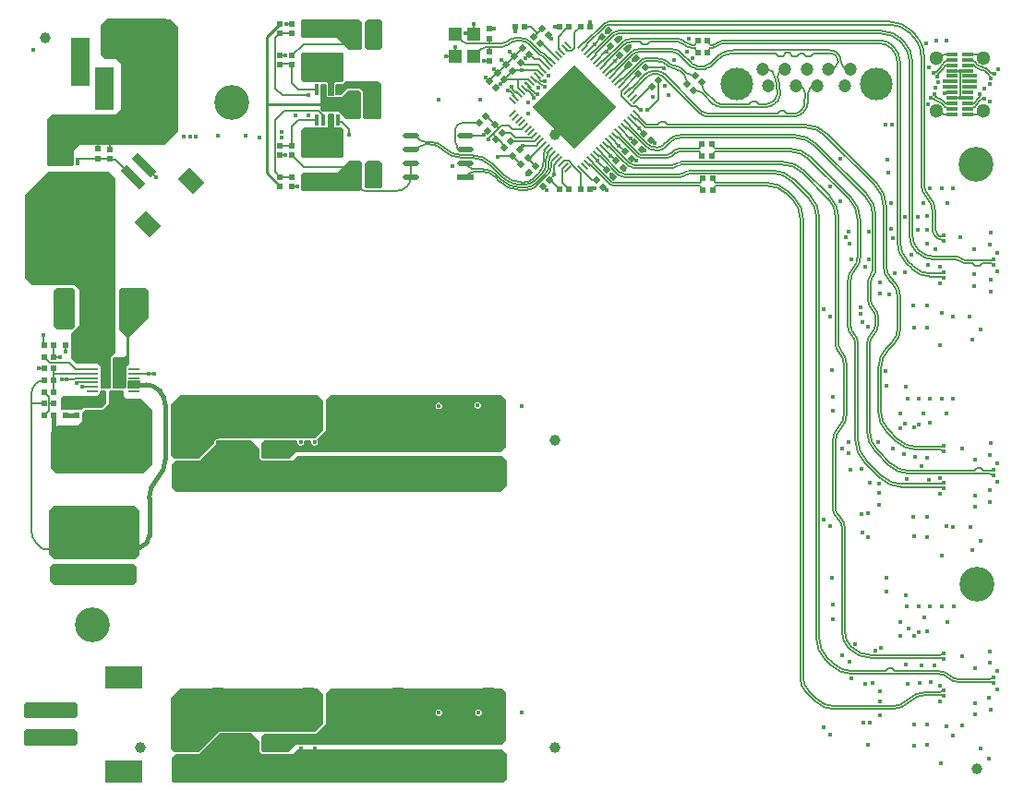
<source format=gtl>
G04*
G04 #@! TF.GenerationSoftware,Altium Limited,Altium Designer,24.0.1 (36)*
G04*
G04 Layer_Physical_Order=1*
G04 Layer_Color=191*
%FSLAX44Y44*%
%MOMM*%
G71*
G04*
G04 #@! TF.SameCoordinates,834C7623-C9C0-415B-A6F5-758E7DB2E3E9*
G04*
G04*
G04 #@! TF.FilePolarity,Positive*
G04*
G01*
G75*
%ADD10C,0.2032*%
%ADD15C,0.2540*%
%ADD17C,0.1524*%
%ADD22P,0.7071X4X270.0*%
%ADD23O,1.5000X0.5000*%
%ADD24R,1.5000X0.5000*%
%ADD25R,0.4200X0.6600*%
%ADD26R,1.0000X2.7000*%
%ADD27O,1.0000X2.7000*%
%ADD28R,0.5000X0.5000*%
%ADD29R,0.4318X0.9779*%
%ADD30R,0.5000X0.5000*%
%ADD31R,1.2700X0.8890*%
%ADD32R,0.8890X1.2700*%
%ADD33P,0.7071X4X180.0*%
%ADD34R,1.2000X1.3000*%
%ADD35R,7.5000X2.2000*%
%ADD36R,0.7500X0.8500*%
G04:AMPARAMS|DCode=37|XSize=1.95mm|YSize=1.5mm|CornerRadius=0mm|HoleSize=0mm|Usage=FLASHONLY|Rotation=135.000|XOffset=0mm|YOffset=0mm|HoleType=Round|Shape=Rectangle|*
%AMROTATEDRECTD37*
4,1,4,1.2198,-0.1591,0.1591,-1.2198,-1.2198,0.1591,-0.1591,1.2198,1.2198,-0.1591,0.0*
%
%ADD37ROTATEDRECTD37*%

G04:AMPARAMS|DCode=38|XSize=0.8mm|YSize=2.5mm|CornerRadius=0mm|HoleSize=0mm|Usage=FLASHONLY|Rotation=225.000|XOffset=0mm|YOffset=0mm|HoleType=Round|Shape=Rectangle|*
%AMROTATEDRECTD38*
4,1,4,-0.6010,1.1667,1.1667,-0.6010,0.6010,-1.1667,-1.1667,0.6010,-0.6010,1.1667,0.0*
%
%ADD38ROTATEDRECTD38*%

%ADD39R,3.7000X1.1000*%
%ADD40R,3.5000X2.0000*%
%ADD41R,3.5000X1.2000*%
%ADD42C,3.2000*%
%ADD43R,3.4600X0.5700*%
%ADD44R,2.3700X1.8300*%
%ADD84C,0.1270*%
%ADD85C,0.1295*%
%ADD86C,0.3810*%
%ADD87C,0.1295*%
G04:AMPARAMS|DCode=88|XSize=0.2mm|YSize=0.8mm|CornerRadius=0mm|HoleSize=0mm|Usage=FLASHONLY|Rotation=135.000|XOffset=0mm|YOffset=0mm|HoleType=Round|Shape=Round|*
%AMOVALD88*
21,1,0.6000,0.2000,0.0000,0.0000,225.0*
1,1,0.2000,0.2121,0.2121*
1,1,0.2000,-0.2121,-0.2121*
%
%ADD88OVALD88*%

G04:AMPARAMS|DCode=89|XSize=0.2mm|YSize=0.8mm|CornerRadius=0mm|HoleSize=0mm|Usage=FLASHONLY|Rotation=45.000|XOffset=0mm|YOffset=0mm|HoleType=Round|Shape=Round|*
%AMOVALD89*
21,1,0.6000,0.2000,0.0000,0.0000,135.0*
1,1,0.2000,0.2121,-0.2121*
1,1,0.2000,-0.2121,0.2121*
%
%ADD89OVALD89*%

%ADD90P,7.7782X4X180.0*%
%ADD91C,1.0000*%
%ADD92R,1.0000X0.2000*%
%ADD93R,0.2670X1.3500*%
%ADD94R,0.2667X0.9017*%
%ADD95R,0.2667X1.3500*%
%ADD96R,1.0000X0.3000*%
%ADD97C,1.1989*%
%ADD98C,2.9997*%
%ADD99R,1.8000X4.5000*%
%ADD100R,1.8000X4.0000*%
%ADD101R,5.0000X2.6000*%
%ADD102C,1.3000*%
%ADD103C,1.0000*%
%ADD104C,0.4000*%
G36*
X4826Y101238D02*
X3048Y99460D01*
Y87776D01*
X4572Y86252D01*
X49530D01*
X51562Y88284D01*
Y99206D01*
X49530Y101238D01*
X33782D01*
X4826D01*
D02*
G37*
G36*
Y126238D02*
X3048Y124460D01*
Y112776D01*
X4572Y111252D01*
X49530D01*
X51562Y113284D01*
Y124206D01*
X49530Y126238D01*
X33782D01*
X4826D01*
D02*
G37*
G36*
X29464Y253238D02*
X26670Y250444D01*
Y237236D01*
X30226Y233680D01*
X102870Y233680D01*
X105664Y236474D01*
Y250698D01*
X103124Y253238D01*
X29464D01*
D02*
G37*
G36*
X77978Y410972D02*
Y400558D01*
X73406Y395986D01*
X56896D01*
X55372Y394462D01*
X37338D01*
X36322Y395478D01*
Y404876D01*
X38100Y406654D01*
X69850Y406654D01*
X72136Y408940D01*
Y411226D01*
X72898Y411988D01*
X76962D01*
X77978Y410972D01*
D02*
G37*
G36*
X93218Y411988D02*
X94234Y410972D01*
Y406654D01*
X96520Y404368D01*
X110490D01*
X120650Y394208D01*
Y371856D01*
Y344424D01*
X112522Y336296D01*
X31750D01*
X27432Y340614D01*
Y373888D01*
X33528Y379984D01*
X52578D01*
X56388Y383794D01*
Y392176D01*
X58674Y394462D01*
X74930D01*
X80264Y399796D01*
X80264Y411226D01*
X81026Y411988D01*
X93218Y411988D01*
D02*
G37*
G36*
X108458Y301752D02*
Y260858D01*
X104394Y256794D01*
X30226D01*
X25146Y261874D01*
Y301498D01*
X29972Y306324D01*
X103886D01*
X108458Y301752D01*
D02*
G37*
G36*
X276860Y133858D02*
Y106172D01*
X269748Y99060D01*
X181610D01*
X162560Y80010D01*
X140462D01*
X137414Y83058D01*
Y130048D01*
X145796Y138430D01*
X272288D01*
X276860Y133858D01*
D02*
G37*
G36*
X445008Y134366D02*
Y91440D01*
X440182Y86614D01*
X251968D01*
X245364Y80010D01*
X222250Y80010D01*
X220218Y82042D01*
Y94742D01*
X223012Y97536D01*
X270002D01*
X279146Y106680D01*
Y133858D01*
X283820Y138532D01*
X440843D01*
X445008Y134366D01*
D02*
G37*
G36*
X218440Y89745D02*
Y80855D01*
X220726Y78569D01*
X248666D01*
X253238Y83141D01*
X441198D01*
X445770Y78569D01*
Y55963D01*
X442206Y52398D01*
X139708D01*
X138176Y53931D01*
Y75521D01*
X141478Y78823D01*
X163510D01*
X182306Y97619D01*
X210566D01*
X218440Y89745D01*
D02*
G37*
G36*
X276860Y403015D02*
Y375329D01*
X269748Y368217D01*
X181610D01*
X180988Y367595D01*
X180791Y367677D01*
X179591D01*
X178483Y367218D01*
X177634Y366370D01*
X177175Y365261D01*
Y364061D01*
X177257Y363864D01*
X162560Y349167D01*
X140462D01*
X137414Y352215D01*
Y399205D01*
X145796Y407587D01*
X272288D01*
X276860Y403015D01*
D02*
G37*
G36*
X445008Y403523D02*
Y360597D01*
X440182Y355771D01*
X251968D01*
X245364Y349167D01*
X222250Y349167D01*
X220218Y351199D01*
Y363899D01*
X223012Y366693D01*
X252594D01*
X253442Y365423D01*
X253375Y365261D01*
Y364061D01*
X253834Y362953D01*
X254683Y362104D01*
X255791Y361645D01*
X256991D01*
X258100Y362104D01*
X258948Y362953D01*
X259407Y364061D01*
Y365261D01*
X259340Y365423D01*
X260189Y366693D01*
X265294D01*
X266142Y365423D01*
X266075Y365261D01*
Y364061D01*
X266534Y362953D01*
X267383Y362104D01*
X268491Y361645D01*
X269691D01*
X270800Y362104D01*
X271648Y362953D01*
X272107Y364061D01*
Y365261D01*
X271648Y366370D01*
X270800Y367218D01*
X270754Y367446D01*
X279146Y375837D01*
Y403015D01*
X283972Y407841D01*
X440690D01*
X445008Y403523D01*
D02*
G37*
G36*
X218440Y358902D02*
Y350012D01*
X220726Y347726D01*
X248666D01*
X253238Y352298D01*
X441198D01*
X445770Y347726D01*
Y325120D01*
X439674Y319024D01*
X142240D01*
X138176Y323088D01*
Y344678D01*
X141478Y347980D01*
X163510D01*
X182306Y366776D01*
X210566D01*
X218440Y358902D01*
D02*
G37*
G36*
X329692Y752348D02*
X331470Y750570D01*
Y727456D01*
X328676Y724662D01*
X317246D01*
X314960Y726948D01*
Y749808D01*
X317500Y752348D01*
X329692Y752348D01*
D02*
G37*
G36*
X312420Y749808D02*
Y726440D01*
X310642Y724662D01*
X300482D01*
X289306Y735838D01*
X258064D01*
X256540Y737362D01*
Y751332D01*
X257810Y752602D01*
X309626D01*
X312420Y749808D01*
D02*
G37*
G36*
X330454Y692404D02*
X330454Y662940D01*
X328930Y661416D01*
X314706D01*
X313182Y662940D01*
Y686308D01*
X310896Y688594D01*
X299212Y688594D01*
X293370Y682752D01*
X288544D01*
X287782Y683514D01*
Y692404D01*
X288544Y693166D01*
X295148Y693166D01*
X297434Y695452D01*
X327406D01*
X330454Y692404D01*
D02*
G37*
G36*
X295910Y721106D02*
Y696722D01*
X293878Y694690D01*
X287782D01*
X286766Y693674D01*
Y683260D01*
X286004Y682498D01*
X281940D01*
X281178Y683260D01*
Y693674D01*
X280162Y694690D01*
X259080D01*
X256794Y696976D01*
Y721360D01*
X257810Y722376D01*
X294640D01*
X295910Y721106D01*
D02*
G37*
G36*
X279654Y693166D02*
X280162Y692658D01*
Y682498D01*
X281548Y681112D01*
X294016D01*
X299974Y687070D01*
X310134D01*
X311404Y685800D01*
Y662940D01*
X309880Y661416D01*
X298196D01*
X291592Y668020D01*
X276352D01*
X274574Y669798D01*
Y692658D01*
X275082Y693166D01*
X279654Y693166D01*
D02*
G37*
G36*
X286766Y664972D02*
Y654558D01*
X287782Y653542D01*
X293878D01*
X295910Y651510D01*
Y627126D01*
X294640Y625856D01*
X257810D01*
X256794Y626872D01*
Y651256D01*
X259080Y653542D01*
X280162D01*
X281178Y654558D01*
Y664972D01*
X281940Y665734D01*
X286004D01*
X286766Y664972D01*
D02*
G37*
G36*
X133350Y752602D02*
X136652D01*
X143764Y745490D01*
Y649732D01*
X131572Y637540D01*
X53848Y637540D01*
X48260Y631952D01*
Y619252D01*
X46482Y617474D01*
X25908D01*
X23876Y619506D01*
Y660654D01*
X28448Y665226D01*
X86614D01*
X91694Y670306D01*
Y711454D01*
X87376Y715772D01*
X76962D01*
X73152Y719582D01*
Y747776D01*
X78486Y753110D01*
X132842D01*
X133350Y752602D01*
D02*
G37*
G36*
X331470Y620014D02*
Y599440D01*
X329438Y597408D01*
X316992D01*
X314960Y599440D01*
X314960Y620522D01*
X317246Y622808D01*
X328676D01*
X331470Y620014D01*
D02*
G37*
G36*
X312674Y621030D02*
Y597662D01*
X309880Y594868D01*
X258064D01*
X256794Y596138D01*
Y610108D01*
X258318Y611632D01*
X289560D01*
X300736Y622808D01*
X310896D01*
X312674Y621030D01*
D02*
G37*
G36*
X49530Y503936D02*
Y470408D01*
X46736Y467614D01*
X33020D01*
X30064Y470570D01*
Y503773D01*
X32258Y505968D01*
X47498D01*
X49530Y503936D01*
D02*
G37*
G36*
X116586Y503682D02*
X116586Y478790D01*
X99314Y461518D01*
X99314Y436372D01*
X97536Y434594D01*
X96266Y433324D01*
Y415290D01*
X94996Y414020D01*
X84582Y414020D01*
X83566Y415036D01*
Y441198D01*
X84836Y442468D01*
X94234D01*
X96520Y444754D01*
Y461518D01*
X89662Y468376D01*
Y503936D01*
X91694Y505968D01*
X114300D01*
X116586Y503682D01*
D02*
G37*
G36*
X108966Y420370D02*
Y414782D01*
X107950Y413766D01*
X98298D01*
X97282Y414782D01*
X97282Y420116D01*
X98298Y421132D01*
X108204D01*
X108966Y420370D01*
D02*
G37*
G36*
X86360Y606552D02*
X86360Y446786D01*
X82296Y442722D01*
Y414782D01*
X81026Y413512D01*
X73914Y413512D01*
X72644Y414782D01*
X72644Y433832D01*
X69596Y436880D01*
X51054D01*
X46228Y441706D01*
Y464566D01*
X53086Y471424D01*
Y504698D01*
X49022Y508762D01*
X9906D01*
X3302Y515366D01*
Y591566D01*
X24304Y612568D01*
X80344Y612568D01*
X86360Y606552D01*
D02*
G37*
%LPC*%
G36*
X420183Y119451D02*
X418984D01*
X417875Y118992D01*
X417027Y118144D01*
X416567Y117035D01*
Y115835D01*
X417027Y114727D01*
X417875Y113878D01*
X418984Y113419D01*
X420183D01*
X421292Y113878D01*
X422140Y114727D01*
X422599Y115835D01*
Y117035D01*
X422140Y118144D01*
X421292Y118992D01*
X420183Y119451D01*
D02*
G37*
G36*
X383632Y119353D02*
X382432D01*
X381324Y118894D01*
X380475Y118045D01*
X380016Y116937D01*
Y115737D01*
X380475Y114629D01*
X381324Y113780D01*
X382432Y113321D01*
X383632D01*
X384740Y113780D01*
X385589Y114629D01*
X386048Y115737D01*
Y116937D01*
X385589Y118045D01*
X384740Y118894D01*
X383632Y119353D01*
D02*
G37*
G36*
X419190Y401413D02*
X417990D01*
X416881Y400953D01*
X416033Y400105D01*
X415574Y398997D01*
Y397797D01*
X416033Y396688D01*
X416881Y395840D01*
X417990Y395381D01*
X419190D01*
X420298Y395840D01*
X421147Y396688D01*
X421606Y397797D01*
Y398997D01*
X421147Y400105D01*
X420298Y400953D01*
X419190Y401413D01*
D02*
G37*
G36*
X383632Y400780D02*
X382432D01*
X381324Y400321D01*
X380475Y399472D01*
X380016Y398364D01*
Y397164D01*
X380475Y396056D01*
X381324Y395207D01*
X382432Y394748D01*
X383632D01*
X384740Y395207D01*
X385589Y396056D01*
X386048Y397164D01*
Y398364D01*
X385589Y399472D01*
X384740Y400321D01*
X383632Y400780D01*
D02*
G37*
%LPD*%
D10*
X309652Y597636D02*
G03*
X315722Y595122I6070J6070D01*
G01*
X344446D02*
G03*
X353507Y598871I0J12824D01*
G01*
X353785Y599149D02*
G03*
X357270Y607568I-8427J8419D01*
G01*
X353781Y599145D02*
G03*
X353785Y599149I-8423J8423D01*
G01*
X353507Y598871D02*
G03*
X353514Y598878I-9060J9075D01*
G01*
X17129Y268621D02*
G03*
X23368Y266039I6239J6248D01*
G01*
X17125Y268625D02*
G03*
X17129Y268621I6243J6243D01*
G01*
X9398Y283644D02*
G03*
X14554Y271196I17605J0D01*
G01*
X21150Y421386D02*
G03*
X13229Y418105I0J-11202D01*
G01*
X13228Y418104D02*
G03*
X9398Y408856I9250J-9248D01*
G01*
X433299Y743640D02*
G03*
X434086Y743966I0J1114D01*
G01*
X429126Y696094D02*
G03*
X429560Y696274I0J613D01*
G01*
X465861Y611718D02*
X465922D01*
X463979Y609896D02*
X464039D01*
X465861Y611718D01*
X488696Y609896D02*
Y619089D01*
Y609748D02*
Y609896D01*
Y619089D02*
X492998Y623391D01*
X484632Y605684D02*
X488696Y609748D01*
Y609600D02*
Y609748D01*
X315722Y595122D02*
X344446D01*
X305816Y601472D02*
X309652Y597636D01*
X357270Y607568D02*
Y620268D01*
X353514Y598878D02*
X353781Y599145D01*
X423901Y646430D02*
X424434D01*
X423139Y645668D02*
X423901Y646430D01*
X407270Y645668D02*
X423139D01*
X434086Y656082D02*
X437783Y652385D01*
X426763Y663405D02*
X434086Y656082D01*
X426423Y663405D02*
X426763D01*
X437783Y652385D02*
X440464Y655066D01*
X447294D01*
X450550Y651810D01*
X459202D02*
X461890Y654498D01*
X450550Y651810D02*
X459202D01*
X550418Y686486D02*
X566032Y702100D01*
X456946Y633357D02*
X460009Y636421D01*
X472195Y636556D02*
X476003Y640363D01*
X460009Y636421D02*
Y636944D01*
X456946Y633222D02*
Y633357D01*
X460009Y636944D02*
X460397Y636556D01*
X472195D01*
X476003Y640363D02*
X476025D01*
X428752Y642620D02*
X429129Y642997D01*
X424434Y646430D02*
X427722Y649718D01*
X429129Y643731D02*
X432568Y647170D01*
Y647170D02*
X435442Y644296D01*
X432568Y647170D02*
Y647170D01*
X437783Y652385D01*
X437783D02*
X437783D01*
X436742Y626461D02*
X437274D01*
X437671Y626858D01*
X450582D01*
X435442Y642198D02*
Y644296D01*
Y642198D02*
X437540D01*
X443062Y634578D02*
Y636692D01*
X438390Y641364D02*
X443062Y636692D01*
X429129Y642997D02*
Y643731D01*
X438374Y641364D02*
X438390D01*
X437540Y642198D02*
X438374Y641364D01*
X450582Y626858D02*
X458202Y619238D01*
X448085Y722832D02*
X452090Y718827D01*
X452113D02*
X459860Y726574D01*
X452090Y718827D02*
X452113D01*
X448063Y722832D02*
X448085D01*
X444363Y711207D02*
Y711443D01*
X444493Y711207D02*
X452113Y718827D01*
X440494Y715312D02*
Y715418D01*
Y715312D02*
X444363Y711443D01*
X429560Y696274D02*
X444493Y711207D01*
X82517Y623417D02*
X86828D01*
X81280Y624654D02*
X82517Y623417D01*
X86828D02*
X102457Y607789D01*
X102457D01*
X70358Y624586D02*
X70392Y624620D01*
X81246D01*
X81280Y624654D01*
X51660Y623468D02*
X52778Y624586D01*
X51660Y622268D02*
Y623468D01*
X52778Y624586D02*
X70358D01*
Y633586D02*
Y644398D01*
X74422Y643890D02*
X75946Y642366D01*
X80090D02*
X81280Y641176D01*
Y633154D02*
Y641176D01*
X75946Y642366D02*
X80090D01*
X23368Y266039D02*
X35052D01*
X14554Y271196D02*
X17125Y268625D01*
X9398Y283644D02*
Y399034D01*
Y408856D01*
X117094Y427482D02*
X121859D01*
X103096Y427385D02*
X103112Y427402D01*
X117014D02*
X117094Y427482D01*
X103112Y427402D02*
X117014D01*
X53017Y423385D02*
X65095D01*
X52941Y423461D02*
X53017Y423385D01*
X49391Y423461D02*
X52941D01*
X48375Y422444D02*
X49391Y423461D01*
X42050Y422444D02*
X48375D01*
X37084Y422402D02*
X37117Y422369D01*
X41910D02*
X41942Y422337D01*
X37117Y422369D02*
X41910D01*
X41942Y422337D02*
X42050Y422444D01*
X243518Y748216D02*
X248412D01*
X237490Y719578D02*
X242058D01*
X237565Y628035D02*
X242059D01*
X242388Y628364D01*
X237236Y627706D02*
X237565Y628035D01*
X248412Y599254D02*
X253170D01*
X20753Y453569D02*
X20932Y453390D01*
X20753Y453569D02*
Y462609D01*
X20574Y462788D02*
X20753Y462609D01*
X16256Y432054D02*
X21214D01*
X113063Y618395D02*
X113379D01*
X123698Y608076D01*
X526034Y729996D02*
X532250Y736212D01*
X525780Y729996D02*
X526034D01*
X532250Y736212D02*
X532504D01*
X519166Y723089D02*
Y723112D01*
X525780Y729726D02*
Y729996D01*
X519166Y723112D02*
X525780Y729726D01*
X554605Y707625D02*
Y708080D01*
X544616Y697639D02*
X544619D01*
X554605Y707625D01*
X554990Y707952D02*
X557596Y710558D01*
X557650D01*
X566032Y702100D02*
Y702430D01*
X550418Y681984D02*
X559708Y672693D01*
X550418Y681984D02*
Y686486D01*
X564454Y672693D02*
X567799Y669349D01*
X568248D01*
X559708Y672693D02*
X564454D01*
X470797Y715637D02*
X475000D01*
X462788Y716788D02*
X462795D01*
X466217Y720210D02*
X466224D01*
X462795Y716788D02*
X466217Y720210D01*
X475000Y715637D02*
X481683Y708954D01*
X466224Y720210D02*
X470797Y715637D01*
X443110Y697350D02*
X450730Y704970D01*
X453489Y705630D02*
X473669D01*
X524824Y626206D02*
X528587Y622443D01*
X414754Y739372D02*
Y747947D01*
Y739372D02*
X414900Y739226D01*
X407424Y739394D02*
X414732D01*
X414900Y739226D01*
X397764Y718362D02*
X397900Y718226D01*
X397764Y718362D02*
Y726948D01*
X389744Y718226D02*
X397900D01*
X429006Y743640D02*
X433299D01*
X424424Y713994D02*
X429006D01*
X444363Y711207D02*
X444493D01*
X428996Y696094D02*
X429126D01*
X452829Y704970D02*
X453489Y705630D01*
X450730Y704970D02*
X452829D01*
X476003Y703297D02*
X476025D01*
X473669Y705630D02*
X476003Y703297D01*
X439180Y693420D02*
X441720Y695960D01*
X435490Y689730D02*
Y689737D01*
X439166Y693413D02*
Y693420D01*
X439180D01*
X435490Y689737D02*
X439166Y693413D01*
X433506Y706895D02*
X436686Y703714D01*
X436746D01*
X433446Y706895D02*
X433506D01*
X426036Y699053D02*
X428996Y696094D01*
X425906Y699053D02*
X426036D01*
X551822Y615517D02*
X553102Y614238D01*
X551822Y615517D02*
Y616324D01*
X543186Y607688D02*
Y607791D01*
X541185Y609792D02*
X543186Y607791D01*
X541185Y609792D02*
Y609896D01*
X560204Y624706D02*
X561404D01*
X563448Y622662D01*
X563980D01*
X568840Y633088D02*
X569945D01*
X571226Y631806D01*
X571759D01*
X572396Y708794D02*
X587781D01*
X589194Y707381D02*
X589727D01*
X587781Y708794D02*
X589194Y707381D01*
X538868Y742513D02*
Y742576D01*
X536827Y740472D02*
X538868Y742513D01*
X536827Y740408D02*
Y740472D01*
X548227Y734194D02*
X549509Y735476D01*
X546996Y734194D02*
X548227D01*
X549509Y735476D02*
X550041D01*
X561910Y714564D02*
Y714818D01*
X564014Y716922D01*
X555540Y725558D02*
X557701Y727719D01*
X557863D01*
X555378Y725558D02*
X555540D01*
X455583Y689794D02*
X459053Y686324D01*
X455583Y689794D02*
Y697350D01*
X465017D01*
X449384D02*
X455583D01*
X465017D02*
X467548Y694819D01*
X443110Y697350D02*
X445063Y697495D01*
X449384Y697350D01*
X478268Y599172D02*
X481584Y595856D01*
X526161Y597027D02*
X526288Y597154D01*
X521648Y596900D02*
X521775Y597027D01*
X526161D01*
X533865Y598721D02*
X536956Y595630D01*
X528587Y622443D02*
Y622559D01*
Y622423D02*
Y622443D01*
Y622423D02*
X536822Y614188D01*
X528587Y622443D02*
X528779Y622251D01*
X528587Y622559D02*
X528779Y622367D01*
Y622251D02*
Y622367D01*
X536822Y614052D02*
Y614188D01*
X540135Y627249D02*
Y627871D01*
X545077Y622688D02*
X545458D01*
X540512Y626872D02*
X540893D01*
X533301Y634706D02*
X540135Y627871D01*
Y627249D02*
X540512Y626872D01*
X540893D02*
X545077Y622688D01*
X548334Y636576D02*
X553840Y631070D01*
X550274Y651678D02*
X550297D01*
X558339Y643636D02*
X558546D01*
Y643509D02*
X562476Y639579D01*
X550297Y651678D02*
X558339Y643636D01*
X558546Y643509D02*
Y643636D01*
X562476Y639452D02*
Y639579D01*
X558751Y660133D02*
X566420Y652464D01*
X570985Y647834D02*
X571112D01*
X566420Y652272D02*
X566547D01*
X558751Y660133D02*
Y660156D01*
X566420Y652272D02*
Y652464D01*
X566547Y652272D02*
X570985Y647834D01*
X574294Y669290D02*
X574751D01*
X584157Y678697D01*
Y696933D01*
X536139Y706117D02*
X544169Y714147D01*
Y714349D01*
X549014Y719194D01*
X537178Y723005D02*
Y723537D01*
X527644Y714612D02*
X536436Y723404D01*
X536835Y723005D02*
X537178D01*
X536436Y723404D02*
X536835Y723005D01*
X537178Y723537D02*
X540632Y726992D01*
Y727830D01*
X521326Y745744D02*
Y750198D01*
X489204Y745744D02*
X493336D01*
X483573Y737659D02*
X486156Y735076D01*
X453204Y741358D02*
Y745744D01*
X258902Y730004D02*
X305316D01*
X305816Y730504D01*
X248412Y719514D02*
X258902Y730004D01*
X259216Y616966D02*
X305816D01*
X248412Y627770D02*
X259216Y616966D01*
X485276Y605536D02*
X493912Y596900D01*
X484632Y605536D02*
X485276D01*
X524824Y626206D02*
Y626228D01*
X548334Y636576D02*
Y636628D01*
X541779Y643183D02*
X548334Y636628D01*
X853606Y705411D02*
X860806D01*
X868006D01*
X853606Y680413D02*
X860806D01*
X868006D01*
X868222Y665627D02*
X876054D01*
X879338Y668912D02*
X882306D01*
X868006Y665411D02*
X868222Y665627D01*
X876054D02*
X879338Y668912D01*
X842274D02*
X845558Y665627D01*
X839306Y668912D02*
X842274D01*
X853391Y665627D02*
X853606Y665411D01*
X845558Y665627D02*
X853391D01*
X845558Y720197D02*
X853391D01*
X839306Y716913D02*
X842274D01*
X853391Y720197D02*
X853606Y720413D01*
X842274Y716913D02*
X845558Y720197D01*
X868006Y720413D02*
X868222Y720197D01*
X876054D01*
X879338Y716913D01*
X882306D01*
X860806Y680413D02*
Y705411D01*
X25573Y395691D02*
Y400050D01*
X25573Y400050D02*
X29932D01*
X25573Y400050D02*
X25573Y400050D01*
X25573Y400050D02*
Y406359D01*
X25541Y395659D02*
X25573Y395691D01*
X21214Y410718D02*
X25573Y406359D01*
X29714Y410718D02*
Y426752D01*
X10414Y400050D02*
X20932D01*
X9398Y399034D02*
X10414Y400050D01*
X25541Y393773D02*
Y395659D01*
X21150Y389382D02*
X25541Y393773D01*
X29777Y442595D02*
X35687D01*
X29650Y442722D02*
X29777Y442595D01*
X35687D02*
X35814Y442468D01*
X51166Y419174D02*
X51360Y419369D01*
X65079D01*
X56339Y415083D02*
X56627Y415370D01*
X65079D01*
Y419369D02*
X65095Y419384D01*
X40386Y448056D02*
Y453390D01*
X65079Y415370D02*
X65095Y415387D01*
X29650Y442722D02*
X29791Y442863D01*
Y453249D02*
X29932Y453390D01*
X29791Y442863D02*
Y453249D01*
X29714Y426752D02*
Y432054D01*
Y426752D02*
X30348Y427385D01*
X65095D01*
X21150Y442722D02*
X25976Y437896D01*
X43942D02*
X50452Y431386D01*
X25976Y437896D02*
X43942D01*
X50452Y431386D02*
X65095D01*
D15*
X225298Y674370D02*
X278863D01*
X225298Y611510D02*
Y674370D01*
Y735960D01*
X237490Y599186D02*
Y599318D01*
X225298Y611510D02*
X237490Y599318D01*
X225298Y735960D02*
X237490Y748152D01*
D17*
X465201Y624967D02*
X471932Y618236D01*
Y617728D02*
Y618236D01*
X452813Y643899D02*
X468246D01*
X443910Y648208D02*
X448504D01*
X452813Y643899D01*
X468246D02*
X470368Y646021D01*
X473077Y643183D02*
X473205D01*
X470482Y640588D02*
X473077Y643183D01*
X449072Y640588D02*
X470482D01*
X465328Y625094D02*
X466396D01*
X478845Y637543D01*
X443910Y648208D02*
X443910Y648208D01*
X441452Y648208D02*
X443910D01*
X290420Y659811D02*
Y660463D01*
X300662Y646354D02*
Y651724D01*
X290420Y659811D02*
X291817Y658414D01*
X293972D01*
X300662Y651724D01*
X233212Y689062D02*
X239522Y682752D01*
X233212Y689062D02*
Y735374D01*
X237490Y739652D01*
X239522Y682752D02*
X263144D01*
X272418Y668528D02*
X276023Y664923D01*
Y661861D02*
X277420Y660463D01*
X276023Y661861D02*
Y664923D01*
X232958Y612350D02*
Y659932D01*
Y612350D02*
X237490Y607818D01*
X232958Y659932D02*
X241554Y668528D01*
X272418D01*
X248348Y607818D02*
X248412Y607754D01*
X237490Y607818D02*
X248348D01*
X237490Y739652D02*
X248348D01*
X248412Y739716D01*
X237300Y711962D02*
X248412D01*
X254063Y687768D02*
X270920D01*
X247904Y693928D02*
X254063Y687768D01*
X237236Y712026D02*
X237300Y711962D01*
X247904Y711454D02*
X248412Y711962D01*
X247904Y693928D02*
Y711454D01*
Y636778D02*
Y654304D01*
Y636778D02*
X248412Y636270D01*
X237236Y636206D02*
X237300Y636270D01*
X247904Y654304D02*
X254063Y660463D01*
X270920D01*
X237300Y636270D02*
X248412D01*
X492645Y736553D02*
X500098Y744006D01*
X495818Y723089D02*
Y723169D01*
X492645Y726341D02*
X495818Y723169D01*
X492645Y726341D02*
Y736553D01*
X500098Y744006D02*
X501836Y745744D01*
X501836D01*
X500098Y744006D02*
Y744006D01*
X504705Y723806D02*
X507376Y726477D01*
Y740294D02*
X512826Y745744D01*
X507376Y726477D02*
Y740294D01*
X500777Y723806D02*
X504705D01*
X498656Y725927D02*
X500777Y723806D01*
X473753Y739859D02*
X477563Y743669D01*
X469943Y736049D02*
X473753Y739859D01*
X461704Y745744D02*
X467868D01*
X473753Y739859D01*
X477553Y730039D02*
X490160Y717432D01*
X475953Y730039D02*
X477553D01*
X474270Y710692D02*
X478845Y706117D01*
X459529Y712767D02*
X461604Y710692D01*
X458173Y712767D02*
X459529D01*
X461604Y710692D02*
X474270D01*
X496534Y602778D02*
X502412Y596900D01*
X496534Y602778D02*
Y615612D01*
X501861Y622632D02*
X501927D01*
X501801Y622692D02*
X501861Y622632D01*
X497939Y622692D02*
X501801D01*
X501927Y622632D02*
X506375Y618185D01*
Y618119D02*
Y618185D01*
X495818Y620571D02*
X497939Y622692D01*
X506375Y618119D02*
X513148Y611345D01*
X496534Y615612D02*
X498656Y617733D01*
X500777Y619854D01*
X513148Y596900D02*
Y611345D01*
X523691Y604731D02*
X527855D01*
X513509Y614913D02*
X523691Y604731D01*
D22*
X465922Y611718D02*
D03*
X471932Y617728D02*
D03*
X464566Y625602D02*
D03*
X458202Y619238D02*
D03*
X443062Y634578D02*
D03*
X449072Y640588D02*
D03*
X450582Y626858D02*
D03*
X456946Y633222D02*
D03*
X427722Y649718D02*
D03*
X434086Y656082D02*
D03*
X441452Y648208D02*
D03*
X435442Y642198D02*
D03*
X420413Y657395D02*
D03*
X426423Y663405D02*
D03*
X549014Y719194D02*
D03*
X555378Y725558D02*
D03*
X540632Y727830D02*
D03*
X546996Y734194D02*
D03*
X557650Y710558D02*
D03*
X564014Y716922D02*
D03*
X484632Y605536D02*
D03*
X478268Y599172D02*
D03*
X532504Y736212D02*
D03*
X538868Y742576D02*
D03*
X578147Y690923D02*
D03*
X584157Y696933D02*
D03*
X566032Y702430D02*
D03*
X572396Y708794D02*
D03*
D23*
X357270Y645668D02*
D03*
Y632968D02*
D03*
Y620268D02*
D03*
Y607568D02*
D03*
X407270Y645668D02*
D03*
Y632968D02*
D03*
Y620268D02*
D03*
D24*
Y607568D02*
D03*
D25*
X32160Y622268D02*
D03*
X38660D02*
D03*
X45160D02*
D03*
X51660D02*
D03*
X51660Y592868D02*
D03*
X45160D02*
D03*
X38660D02*
D03*
X32160D02*
D03*
D26*
X428752Y125504D02*
D03*
Y394661D02*
D03*
X263045D02*
D03*
X180191D02*
D03*
X263045Y125504D02*
D03*
X345898Y394661D02*
D03*
X180191Y125504D02*
D03*
X345898D02*
D03*
D27*
X428752Y65504D02*
D03*
Y334661D02*
D03*
X263045D02*
D03*
X180191D02*
D03*
X263045Y65504D02*
D03*
X345898Y334661D02*
D03*
X180191Y65504D02*
D03*
X345898D02*
D03*
D28*
X70358Y624586D02*
D03*
Y633586D02*
D03*
X237236Y627706D02*
D03*
Y636206D02*
D03*
X429006Y713994D02*
D03*
Y722994D02*
D03*
Y743640D02*
D03*
Y734640D02*
D03*
X40386Y397628D02*
D03*
Y389128D02*
D03*
X237490Y599318D02*
D03*
Y607818D02*
D03*
Y748152D02*
D03*
Y739652D02*
D03*
X81280Y633154D02*
D03*
Y624654D02*
D03*
X248412Y607754D02*
D03*
Y599254D02*
D03*
Y739716D02*
D03*
Y748216D02*
D03*
Y627770D02*
D03*
Y636270D02*
D03*
Y719514D02*
D03*
Y711014D02*
D03*
X237490Y711078D02*
D03*
Y719578D02*
D03*
D29*
X270920Y660463D02*
D03*
X277420D02*
D03*
X283920D02*
D03*
X290420D02*
D03*
Y687768D02*
D03*
X283920D02*
D03*
X277420D02*
D03*
X270920D02*
D03*
D30*
X29714Y410718D02*
D03*
X21214D02*
D03*
X40386Y453390D02*
D03*
X48886D02*
D03*
X20932Y400050D02*
D03*
X29932D02*
D03*
X21150Y389382D02*
D03*
X29650D02*
D03*
X29714Y432054D02*
D03*
X21214D02*
D03*
X20932Y453390D02*
D03*
X29932D02*
D03*
X21150Y442722D02*
D03*
X29650D02*
D03*
X634294Y606527D02*
D03*
X625294D02*
D03*
X634294Y595859D02*
D03*
X625294D02*
D03*
X633404Y638048D02*
D03*
X624404D02*
D03*
X501836Y745744D02*
D03*
X493336D02*
D03*
X502412Y596900D02*
D03*
X493912D02*
D03*
X461704Y745744D02*
D03*
X453204D02*
D03*
X624404Y627380D02*
D03*
X633404D02*
D03*
X620340Y722376D02*
D03*
X629340D02*
D03*
X620340Y733044D02*
D03*
X629340D02*
D03*
X512826Y745744D02*
D03*
X521326D02*
D03*
X513148Y596900D02*
D03*
X521648D02*
D03*
X59800Y389382D02*
D03*
X50800D02*
D03*
X29650Y421386D02*
D03*
X21150D02*
D03*
D31*
X76877Y247039D02*
D03*
Y266039D02*
D03*
X97790Y247039D02*
D03*
Y266039D02*
D03*
X35052Y247039D02*
D03*
Y266039D02*
D03*
X55965D02*
D03*
Y247039D02*
D03*
D32*
X42061Y475233D02*
D03*
X61061D02*
D03*
X42061Y495807D02*
D03*
X61061D02*
D03*
X97331Y495810D02*
D03*
X78331D02*
D03*
X97385Y475235D02*
D03*
X78385D02*
D03*
D33*
X475953Y730039D02*
D03*
X469943Y736049D02*
D03*
X536822Y614052D02*
D03*
X543186Y607688D02*
D03*
X545458Y622688D02*
D03*
X551822Y616324D02*
D03*
X527855Y604731D02*
D03*
X533865Y598721D02*
D03*
X450730Y704970D02*
D03*
X444366Y711334D02*
D03*
X562476Y639452D02*
D03*
X568840Y633088D02*
D03*
X571112Y647834D02*
D03*
X577476Y641470D02*
D03*
X443110Y697350D02*
D03*
X436746Y703714D02*
D03*
X553840Y631070D02*
D03*
X560204Y624706D02*
D03*
X435490Y689730D02*
D03*
X429126Y696094D02*
D03*
X617968Y701054D02*
D03*
X624332Y694690D02*
D03*
X610348Y693434D02*
D03*
X616712Y687070D02*
D03*
X458173Y712767D02*
D03*
X452163Y718777D02*
D03*
X477563Y743669D02*
D03*
X483573Y737659D02*
D03*
X466224Y720210D02*
D03*
X459860Y726574D02*
D03*
D34*
X414900Y718226D02*
D03*
X397900D02*
D03*
X414900Y739226D02*
D03*
X397900D02*
D03*
D35*
X66548Y351564D02*
D03*
Y291564D02*
D03*
D36*
X320316Y665988D02*
D03*
X305816D02*
D03*
X320316Y681736D02*
D03*
X305816D02*
D03*
X320316Y601472D02*
D03*
X305816D02*
D03*
X320316Y616966D02*
D03*
X305816D02*
D03*
X320316Y745998D02*
D03*
X305816D02*
D03*
X320316Y730504D02*
D03*
X305816D02*
D03*
D37*
X156324Y604380D02*
D03*
X116472Y564528D02*
D03*
D38*
X113063Y618395D02*
D03*
X102457Y607789D02*
D03*
D39*
X276606Y632714D02*
D03*
Y602714D02*
D03*
X276352Y714756D02*
D03*
Y744756D02*
D03*
D40*
X94144Y149188D02*
D03*
Y62648D02*
D03*
D41*
X22834Y118418D02*
D03*
Y93418D02*
D03*
D42*
X876808Y233934D02*
D03*
X193294Y676402D02*
D03*
X875792Y619252D02*
D03*
X65024Y196850D02*
D03*
D43*
X41910Y607918D02*
D03*
D44*
X41910Y603418D02*
D03*
D84*
X399871Y655634D02*
G03*
X398119Y651399I4244J-4235D01*
G01*
X399880Y655643D02*
G03*
X399875Y655639I4235J-4244D01*
G01*
X404115Y657395D02*
G03*
X399880Y655643I0J-5996D01*
G01*
X399875Y655639D02*
G03*
X399871Y655634I4240J-4240D01*
G01*
X400190Y635047D02*
G03*
X400195Y635043I5015J5007D01*
G01*
X398119Y640054D02*
G03*
X400190Y635047I7086J0D01*
G01*
X387552Y635052D02*
G03*
X375522Y640029I-12030J-12050D01*
G01*
X364182Y642848D02*
G03*
X370989Y640029I6807J6807D01*
G01*
X364706Y635359D02*
G03*
X364702Y635355I5760J-5768D01*
G01*
X370466Y637743D02*
G03*
X364706Y635359I0J-8151D01*
G01*
X387568Y635036D02*
G03*
X387552Y635052I-12046J-12034D01*
G01*
X388268Y634336D02*
G03*
X403841Y627888I15573J15582D01*
G01*
X386666Y632705D02*
G03*
X403841Y625602I17175J17213D01*
G01*
X385933Y633438D02*
G03*
X375522Y637743I-10411J-10436D01*
G01*
X385946Y633425D02*
G03*
X385933Y633438I-10423J-10423D01*
G01*
X432540Y619782D02*
G03*
X412966Y627888I-19574J-19580D01*
G01*
X430927Y618162D02*
G03*
X412966Y625602I-17960J-17960D01*
G01*
X409816Y610114D02*
G03*
X409810Y610108I6126J-6138D01*
G01*
X415942Y612648D02*
G03*
X409816Y610114I0J-8672D01*
G01*
X409943Y617595D02*
G03*
X416376Y614934I6432J6445D01*
G01*
X409937Y617601D02*
G03*
X409943Y617595I6439J6439D01*
G01*
X436118Y609738D02*
G03*
X423562Y614934I-12556J-12575D01*
G01*
X436135Y609721D02*
G03*
X436118Y609738I-12574J-12557D01*
G01*
X434507Y608116D02*
G03*
X423562Y612648I-10946J-10953D01*
G01*
X434510Y608113D02*
G03*
X434507Y608116I-10949J-10949D01*
G01*
X446466Y603925D02*
G03*
X458724Y600710I12257J21760D01*
G01*
X441074Y608015D02*
G03*
X446466Y603925I17650J17670D01*
G01*
X441054Y608035D02*
G03*
X441074Y608016I17670J17650D01*
G01*
X461264Y600710D02*
G03*
X471469Y604935I0J14438D01*
G01*
X440667Y605189D02*
G03*
X457006Y598424I16339J16349D01*
G01*
X463212D02*
G03*
X471712Y601945I-0J12020D01*
G01*
X455878Y596163D02*
G03*
X457006Y596138I1128J25375D01*
G01*
X439046Y603577D02*
G03*
X455878Y596163I17960J17960D01*
G01*
X463929Y596138D02*
G03*
X472821Y599821I-0J12574D01*
G01*
X442681Y609641D02*
G03*
X458724Y602996I16043J16043D01*
G01*
X471469Y604935D02*
G03*
X471477Y604943I-10205J10213D01*
G01*
X461264Y602996D02*
G03*
X469856Y606555I0J12151D01*
G01*
X474576Y611274D02*
G03*
X479171Y622369I-11094J11094D01*
G01*
X480692Y633517D02*
G03*
X479171Y628642I7055J-4875D01*
G01*
X481683Y634706D02*
G03*
X480692Y633517I6064J-6064D01*
G01*
X483433Y630632D02*
G03*
X481457Y624533I8422J-6098D01*
G01*
X484503Y631886D02*
G03*
X483433Y630632I7353J-7353D01*
G01*
X486547Y628255D02*
G03*
X483743Y621485I6770J-6770D01*
G01*
X486952Y623020D02*
G03*
X486029Y620786I2242J-2234D01*
G01*
X486956Y623024D02*
G03*
X486952Y623020I2238J-2238D01*
G01*
X482854Y609854D02*
G03*
X486029Y617519I-7665J7665D01*
G01*
X481244Y611477D02*
G03*
X483743Y617519I-6055J6043D01*
G01*
X481237Y611470D02*
G03*
X481244Y611477I-6049J6049D01*
G01*
X477849Y611315D02*
G03*
X481457Y620034I-8731J8718D01*
G01*
X477843Y611309D02*
G03*
X477849Y611315I-8725J8725D01*
G01*
X404115Y657395D02*
X420413D01*
X398119Y640054D02*
Y651399D01*
X400195Y635043D02*
X402270Y632968D01*
X370989Y640029D02*
X375522D01*
X361362Y645668D02*
X364182Y642848D01*
X362314Y632968D02*
X364702Y635355D01*
X370466Y637743D02*
X375522D01*
X388081Y634523D02*
X388268Y634336D01*
X387568Y635036D02*
X388081Y634523D01*
X385946Y633425D02*
X386666Y632705D01*
X403841Y625602D02*
X412966D01*
X403841Y627888D02*
X412966D01*
X436617Y615705D02*
X442681Y609641D01*
X432540Y619782D02*
X436617Y615705D01*
X430927Y618162D02*
X439074Y610015D01*
X415942Y612648D02*
X423562D01*
X407270Y607568D02*
X409810Y610108D01*
X416376Y614934D02*
X423562D01*
X407270Y620268D02*
X409937Y617601D01*
X437894Y607962D02*
X440667Y605189D01*
X436135Y609721D02*
X436747Y609109D01*
X434510Y608113D02*
X439046Y603577D01*
X439073Y610015D02*
X441054Y608035D01*
X458724Y600710D02*
X461264D01*
X436747Y609109D02*
X437419Y608437D01*
X437894Y607962D01*
X460617Y598424D02*
X463212Y598424D01*
X457006Y598424D02*
X460617D01*
X463212D02*
X463212D01*
X457006Y596138D02*
X463929D01*
X458724Y602996D02*
X461264D01*
X472821Y599821D02*
X482854Y609854D01*
X471712Y601945D02*
X481237Y611470D01*
X471477Y604943D02*
X477843Y611309D01*
X469856Y606555D02*
X474576Y611274D01*
X479171Y622369D02*
Y628642D01*
X481457Y620034D02*
Y624533D01*
X483743Y617519D02*
Y621485D01*
X486547Y628255D02*
X487340Y629048D01*
X486029Y617519D02*
Y620786D01*
X486956Y623024D02*
X490160Y626228D01*
X357270Y632968D02*
X362314D01*
X357270Y645668D02*
X361362D01*
X402270Y632968D02*
X407270D01*
D85*
X866026Y528561D02*
G03*
X866044Y528561I18J6482D01*
G01*
X861473Y530447D02*
G03*
X866026Y528561I4571J4597D01*
G01*
X708519Y665988D02*
G03*
X715264Y668782I-0J9539D01*
G01*
X465386Y690573D02*
G03*
X465522Y690902I-329J329D01*
G01*
X465360Y691332D02*
G03*
X465359Y691333I-394J-392D01*
G01*
X465522Y690940D02*
G03*
X465360Y691332I-556J0D01*
G01*
X465386Y690573D02*
G03*
X465386Y690300I136J-136D01*
G01*
X473643Y683955D02*
G03*
X472394Y684473I-1249J-1249D01*
G01*
X470548Y685138D02*
G03*
X472169Y684473I1621J1643D01*
G01*
X470537Y685149D02*
G03*
X470548Y685138I1632J1632D01*
G01*
X469399Y681702D02*
G03*
X468723Y683335I-2308J0D01*
G01*
X469399Y681478D02*
G03*
X469917Y680229I1767J0D01*
G01*
X886130Y706865D02*
G03*
X881630Y708729I-4500J-4500D01*
G01*
X892540Y702367D02*
G03*
X891291Y702885I-1249J-1249D01*
G01*
X889434Y703561D02*
G03*
X891066Y702885I1632J1632D01*
G01*
X875587Y712276D02*
G03*
X876519Y711154I6719J4636D01*
G01*
D02*
G03*
X876547Y711126I5786J5759D01*
G01*
X877063Y710610D02*
G03*
X881605Y708729I4543J4543D01*
G01*
X872111Y714806D02*
G03*
X870645Y715411I-1466J-1472D01*
G01*
X872117Y714800D02*
G03*
X873583Y714195I1466J1472D01*
G01*
X874649Y713635D02*
G03*
X873583Y714195I-1066J-736D01*
G01*
X888296Y700115D02*
G03*
X887625Y701742I-2308J0D01*
G01*
X888296Y699890D02*
G03*
X888814Y698641I1767J0D01*
G01*
X876000Y708045D02*
G03*
X880543Y706163I4542J4542D01*
G01*
X874700Y709345D02*
G03*
X874738Y709307I7606J7567D01*
G01*
X884331Y705036D02*
G03*
X881605Y706163I-2726J-2731D01*
G01*
X873714Y710487D02*
G03*
X874700Y709345I8592J6425D01*
G01*
X873685Y710525D02*
G03*
X872635Y711062I-1050J-758D01*
G01*
X870645Y710413D02*
G03*
X872114Y711021I0J2077D01*
G01*
Y714803D02*
G03*
X872111Y714806I-1469J-1469D01*
G01*
X872114Y714803D02*
G03*
X872117Y714800I1469J1469D01*
G01*
X887625Y701742D02*
G03*
X887620Y701747I-1637J-1627D01*
G01*
X485014Y715575D02*
G03*
X487340Y714612I2326J2326D01*
G01*
X478680Y718641D02*
G03*
X477020Y719328I-1660J-1660D01*
G01*
X478680Y718640D02*
X478680Y718641D01*
X483374Y712902D02*
G03*
X482636Y714684I-2520J0D01*
G01*
X475360Y720016D02*
X475360Y720015D01*
D02*
G03*
X477020Y719328I1660J1660D01*
G01*
X476255Y722389D02*
G03*
X477915Y721702I1660J1660D01*
G01*
X479575Y721014D02*
G03*
X477915Y721702I-1660J-1660D01*
G01*
X479576Y721014D02*
X479575Y721014D01*
X452767Y735181D02*
G03*
X445768Y732280I0J-9893D01*
G01*
X440864Y730250D02*
G03*
X445768Y732280I0J6938D01*
G01*
X441359Y727202D02*
G03*
X447150Y729598I0J8195D01*
G01*
X455047Y732869D02*
G03*
X447150Y729598I0J-11168D01*
G01*
X466856Y731789D02*
G03*
X458659Y735181I-8196J-8208D01*
G01*
X466861Y731783D02*
G03*
X466856Y731789I-8202J-8202D01*
G01*
X465227Y730149D02*
G03*
X458659Y732869I-6568J-6568D01*
G01*
X404462Y732164D02*
G03*
X409085Y730250I4623J4626D01*
G01*
X404461Y732165D02*
G03*
X404462Y732164I4624J4624D01*
G01*
X422001Y725327D02*
G03*
X421996Y725322I4533J-4544D01*
G01*
X426535Y727202D02*
G03*
X422001Y725327I0J-6419D01*
G01*
X849495Y671024D02*
G03*
X848029Y671629I-1466J-1472D01*
G01*
X849501Y671018D02*
G03*
X850967Y670413I1466J1472D01*
G01*
X846958Y672197D02*
G03*
X848029Y671629I1072J728D01*
G01*
X836694Y679566D02*
G03*
X837695Y678845I2728J2732D01*
G01*
X836692Y679568D02*
G03*
X836694Y679567I2730J2730D01*
G01*
X836692Y679568D02*
G03*
X836093Y679908I-916J-916D01*
G01*
X850967Y675411D02*
G03*
X849498Y674803I0J-2077D01*
G01*
X847930Y675295D02*
G03*
X848977Y674762I1047J762D01*
G01*
X838509Y681380D02*
G03*
X838842Y681140I913J919D01*
G01*
X838508Y681380D02*
G03*
X838506Y681382I-909J-905D01*
G01*
X838166Y681982D02*
G03*
X838506Y681382I1256J317D01*
G01*
X845072Y674691D02*
G03*
X842958Y676213I-5766J-5779D01*
G01*
X849498Y671021D02*
G03*
X849495Y671024I-1469J-1469D01*
G01*
X849498Y671021D02*
G03*
X849501Y671018I1469J1469D01*
G01*
X846025Y673548D02*
G03*
X845086Y674677I-6719J-4637D01*
G01*
D02*
G03*
X845072Y674691I-5779J-5766D01*
G01*
X846880Y676511D02*
G03*
X844106Y678507I-7574J-7600D01*
G01*
X847930Y675295D02*
G03*
X846906Y676485I-8623J-6384D01*
G01*
D02*
G03*
X846880Y676511I-7600J-7574D01*
G01*
X787623Y331755D02*
G03*
X807367Y323585I19743J19773D01*
G01*
X764994Y365958D02*
G03*
X773163Y346215I27942J0D01*
G01*
X844823Y322752D02*
G03*
X842809Y323585I-2013J-2017D01*
G01*
X722721Y623992D02*
G03*
X704761Y631431I-17960J-17960D01*
G01*
X636552D02*
G03*
X635636Y631052I0J-1295D01*
G01*
D02*
G03*
X635257Y630136I916J-916D01*
G01*
X634750Y628726D02*
G03*
X635257Y629952I-1232J1227D01*
G01*
X634747Y628723D02*
G03*
X634750Y628726I-1229J1229D01*
G01*
X763242Y524990D02*
G03*
X763246Y524994I-8628J8628D01*
G01*
X766815Y569377D02*
G03*
X759376Y587337I-25400J0D01*
G01*
X764994Y454370D02*
G03*
X761570Y462638I-11695J0D01*
G01*
X758165Y470857D02*
G03*
X761562Y462646I11622J0D01*
G01*
X763241Y524989D02*
G03*
X758165Y512733I12256J-12256D01*
G01*
X767560Y365968D02*
G03*
X774999Y348007I25400J0D01*
G01*
X765076Y523196D02*
G03*
X769381Y533588I-10392J10392D01*
G01*
X789416Y333590D02*
G03*
X807376Y326151I17960J17960D01*
G01*
X842809D02*
G03*
X844823Y326983I0J2850D01*
G01*
X635257Y635292D02*
G03*
X635636Y634376I1295J0D01*
G01*
D02*
G03*
X636552Y633997I916J916D01*
G01*
X634750Y636702D02*
G03*
X634747Y636705I-1232J-1227D01*
G01*
X635257Y635476D02*
G03*
X634750Y636702I-1738J0D01*
G01*
X769381Y569411D02*
G03*
X761214Y589128I-27884J0D01*
G01*
X767560Y454387D02*
G03*
X763395Y464441I-14219J0D01*
G01*
X724503Y625839D02*
G03*
X704807Y633997I-19696J-19696D01*
G01*
X760730Y470872D02*
G03*
X763393Y464443I9093J0D01*
G01*
X765076Y523196D02*
G03*
X760730Y512703I10493J-10493D01*
G01*
X787609Y331769D02*
G03*
X787623Y331755I19758J19758D01*
G01*
X773163Y346215D02*
G03*
X773178Y346200I19773J19743D01*
G01*
X844825Y322751D02*
G03*
X844823Y322752I-2015J-2015D01*
G01*
X844825Y322751D02*
G03*
X846074Y322233I1249J1249D01*
G01*
X763246Y524994D02*
G03*
X766815Y533618I-8633J8624D01*
G01*
X761562Y462646D02*
G03*
X761569Y462639I8225J8211D01*
G01*
X846074Y327503D02*
G03*
X844825Y326986I0J-1767D01*
G01*
X844823Y326983D02*
G03*
X844825Y326986I-2013J2017D01*
G01*
X862516Y533032D02*
G03*
X857939Y534924I-4577J-4590D01*
G01*
X862523Y533025D02*
G03*
X862516Y533032I-4584J-4584D01*
G01*
X863274Y532274D02*
G03*
X866044Y531127I2770J2770D01*
G01*
X807921Y734125D02*
G03*
X788987Y741959I-18934J-18966D01*
G01*
X807937Y734109D02*
G03*
X807921Y734125I-18950J-18950D01*
G01*
X546989Y741959D02*
G03*
X543095Y740354I0J-5528D01*
G01*
D02*
G03*
X543080Y740340I3894J-3923D01*
G01*
X823036Y540690D02*
G03*
X823046Y540681I13907J13888D01*
G01*
X817289Y554578D02*
G03*
X823036Y540690I19654J0D01*
G01*
X823055Y540671D02*
G03*
X836943Y534924I13888J13907D01*
G01*
X823046Y540681D02*
G03*
X823055Y540671I13897J13897D01*
G01*
X817289Y713207D02*
G03*
X809122Y732924I-27884J0D01*
G01*
X861460Y530460D02*
G03*
X861454Y530466I-4584J-4584D01*
G01*
X861460Y530460D02*
G03*
X861473Y530447I4584J4584D01*
G01*
X806465Y731954D02*
G03*
X788504Y739393I-17960J-17960D01*
G01*
X546996D02*
G03*
X544889Y738521I0J-2980D01*
G01*
X821813Y538286D02*
G03*
X836121Y532359I14309J14309D01*
G01*
X861454Y530466D02*
G03*
X856876Y532359I-4577J-4590D01*
G01*
X814724Y713174D02*
G03*
X807284Y731134I-25400J0D01*
G01*
X820470Y539628D02*
G03*
X820480Y539618I13907J13888D01*
G01*
X814724Y553515D02*
G03*
X820470Y539628I19654J0D01*
G01*
X749059Y714408D02*
G03*
X741934Y721533I-7125J0D01*
G01*
X652780D02*
G03*
X643954Y719321I0J-18718D01*
G01*
X741934Y706755D02*
G03*
X749059Y713880I0J7125D01*
G01*
X627324Y707111D02*
G03*
X632924Y709430I0J7919D01*
G01*
X565634Y722387D02*
G03*
X560604Y720308I0J-7125D01*
G01*
X603143Y720324D02*
G03*
X598130Y722387I-5013J-5063D01*
G01*
X545594Y705298D02*
G03*
X545596Y705300I-1816J1812D01*
G01*
X545591Y705295D02*
G03*
X545594Y705298I-6852J6852D01*
G01*
X545591Y705295D02*
G03*
X543900Y702598I5038J-5038D01*
G01*
X614392Y709076D02*
G03*
X619136Y707111I4745J4745D01*
G01*
X652756Y724098D02*
G03*
X642423Y721413I0J-21225D01*
G01*
X751624Y714408D02*
G03*
X741934Y724098I-9690J0D01*
G01*
X751624Y713880D02*
G03*
X758749Y706755I7125J0D01*
G01*
X626262Y709676D02*
G03*
X631856Y711990I0J7919D01*
G01*
X565634Y724952D02*
G03*
X558792Y722124I0J-9690D01*
G01*
X604941Y722154D02*
G03*
X598130Y724952I-6811J-6892D01*
G01*
X543782Y707114D02*
G03*
X543780Y707112I1809J-1819D01*
G01*
D02*
G03*
X543777Y707109I6849J-6854D01*
G01*
X541092Y705422D02*
G03*
X543777Y707109I-2353J6725D01*
G01*
X615454Y711641D02*
G03*
X620199Y709676I4745J4745D01*
G01*
X642423Y721413D02*
G03*
X637747Y717881I10333J-18540D01*
G01*
X643954Y719321D02*
G03*
X639544Y716050I8826J-16507D01*
G01*
X604268Y705294D02*
G03*
X598848Y707331I-5420J-6191D01*
G01*
X604667Y704921D02*
G03*
X604560Y705026I-5818J-5818D01*
G01*
X610348Y696060D02*
G03*
X608265Y701323I-7121J225D01*
G01*
X574253Y714034D02*
G03*
X574082Y714032I0J-7125D01*
G01*
X570012Y712634D02*
G03*
X569205Y711937I4242J-5724D01*
G01*
X592074Y710692D02*
G03*
X584006Y714034I-8068J-8068D01*
G01*
X554096Y696827D02*
G03*
X552395Y694103I5038J-5038D01*
G01*
X593040Y709726D02*
G03*
X598835Y707331I5795J5813D01*
G01*
X593031Y709736D02*
G03*
X593040Y709726I5804J5804D01*
G01*
X605326Y707863D02*
G03*
X599908Y709897I-5418J-6201D01*
G01*
X593864Y712530D02*
G03*
X584040Y716599I-9823J-9823D01*
G01*
X610079Y703137D02*
G03*
X615348Y701054I5038J5038D01*
G01*
X574253Y716599D02*
G03*
X574035Y716597I0J-9690D01*
G01*
X572301Y716558D02*
G03*
X569878Y715728I95J-4228D01*
G01*
X568484Y714695D02*
G03*
X567392Y713752I5769J-7786D01*
G01*
D02*
G03*
X567391Y713750I6861J-6843D01*
G01*
X552287Y698646D02*
G03*
X552284Y698644I1809J-1819D01*
G01*
X549557Y696941D02*
G03*
X552282Y698641I-2314J6739D01*
G01*
X594835Y711559D02*
G03*
X598848Y709897I4013J4013D01*
G01*
X605620Y707594D02*
G03*
X605326Y707863I-5712J-5932D01*
G01*
X605623Y707591D02*
G03*
X605620Y707594I-5714J-5929D01*
G01*
X605731Y707485D02*
G03*
X605718Y707498I-5823J-5823D01*
G01*
D02*
G03*
X605623Y707591I-5810J-5836D01*
G01*
X610079Y703137D02*
G03*
X610073Y703143I-6852J-6852D01*
G01*
D02*
G03*
X610072Y703144I-1808J-1820D01*
G01*
X552284Y698644D02*
G03*
X552282Y698641I6849J-6854D01*
G01*
X604560Y705026D02*
G03*
X604268Y705294I-5712J-5923D01*
G01*
X572359Y713993D02*
G03*
X571406Y713666I37J-1663D01*
G01*
X399288Y733806D02*
G03*
X399251Y734226I-2439J-1D01*
G01*
X578147Y690923D02*
G03*
X577017Y690455I0J-1598D01*
G01*
X479260Y695375D02*
G03*
X480509Y695892I0J1767D01*
G01*
X475462Y697709D02*
G03*
X475822Y696837I1236J0D01*
G01*
X475462Y697709D02*
G03*
X475101Y698581I-1236J0D01*
G01*
X475822Y696837D02*
G03*
X475824Y696835I876J872D01*
G01*
X475101Y698581D02*
G03*
X475100Y698583I-876J-872D01*
G01*
X476947Y695712D02*
G03*
X477861Y695334I915J917D01*
G01*
X476945Y695713D02*
G03*
X476947Y695712I916J916D01*
G01*
X477951Y692327D02*
G03*
X476886Y692768I-1065J-1065D01*
G01*
X479184Y691094D02*
G03*
X480314Y690626I1130J1130D01*
G01*
X474008Y695023D02*
G03*
X473136Y695383I-872J-876D01*
G01*
X472264Y695743D02*
G03*
X473136Y695383I872J876D01*
G01*
X474010Y695021D02*
G03*
X474008Y695023I-874J-874D01*
G01*
X472262Y695745D02*
G03*
X472264Y695743I874J874D01*
G01*
X476477Y692936D02*
G03*
X476715Y692827I656J1117D01*
G01*
X475563Y693468D02*
G03*
X475924Y693217I909J923D01*
G01*
X476477Y692936D02*
G03*
X476100Y693135I-2016J-3359D01*
G01*
X878450Y680704D02*
G03*
X878791Y681303I-916J916D01*
G01*
X878450Y680704D02*
G03*
X878291Y680535I2730J-2730D01*
G01*
X874661Y676440D02*
G03*
X874687Y676468I-932J900D01*
G01*
X874586Y676363D02*
G03*
X873671Y675279I7719J-7452D01*
G01*
X872635Y674762D02*
G03*
X873671Y675279I0J1295D01*
G01*
X872114Y674803D02*
G03*
X870645Y675411I-1469J-1469D01*
G01*
X880864Y679230D02*
G03*
X880211Y678833I317J-1256D01*
G01*
X876507Y674659D02*
G03*
X876612Y674772I-2778J2681D01*
G01*
X876439Y674588D02*
G03*
X875593Y673557I5867J-5677D01*
G01*
X873583Y671629D02*
G03*
X874649Y672189I0J1295D01*
G01*
X873583Y671629D02*
G03*
X872114Y671021I0J-2077D01*
G01*
X870645Y670413D02*
G03*
X872114Y671021I0J2077D01*
G01*
X848977Y711062D02*
G03*
X847940Y710542I0J-1295D01*
G01*
X847021Y709457D02*
G03*
X847940Y710542I-7715J7456D01*
G01*
X847013Y709448D02*
G03*
X846865Y709257I947J-884D01*
G01*
X845238Y706856D02*
G03*
X845761Y707511I-2740J2720D01*
G01*
X845237Y706855D02*
G03*
X845238Y706856I-2739J2721D01*
G01*
X841046Y702663D02*
G03*
X840706Y702064I916J-916D01*
G01*
X850967Y715411D02*
G03*
X849498Y714803I0J-2077D01*
G01*
X848029Y714195D02*
G03*
X849498Y714803I0J2077D01*
G01*
X848029Y714195D02*
G03*
X846963Y713635I0J-1295D01*
G01*
X845162Y711225D02*
G03*
X846025Y712276I-5856J5688D01*
G01*
X845155Y711217D02*
G03*
X844698Y710628I2805J-2653D01*
G01*
X843421Y708667D02*
G03*
X843593Y708883I-923J909D01*
G01*
X839238Y704483D02*
G03*
X839237Y704483I1808J-1820D01*
G01*
D02*
G03*
X839232Y704477I1809J-1819D01*
G01*
X838633Y704137D02*
G03*
X839232Y704477I-317J1256D01*
G01*
X844663Y549952D02*
G03*
X843034Y550625I-1629J-1635D01*
G01*
X840167Y551622D02*
G03*
X842576Y550625I2410J2416D01*
G01*
X835682Y559963D02*
G03*
X838407Y553381I9313J0D01*
G01*
X844825Y549790D02*
G03*
X846074Y549273I1249J1249D01*
G01*
X814332Y740336D02*
G03*
X796371Y747775I-17960J-17960D01*
G01*
X824245Y726298D02*
G03*
X817950Y736717I-24255J-7541D01*
G01*
X538868Y747775D02*
G03*
X535971Y746575I0J-4097D01*
G01*
X835682Y576171D02*
G03*
X830431Y588849I-17929J0D01*
G01*
X825390Y718757D02*
G03*
X824245Y726298I-25400J0D01*
G01*
X830416Y588864D02*
G03*
X830431Y588849I12187J12156D01*
G01*
X825390Y601020D02*
G03*
X830416Y588864I17213J0D01*
G01*
X846074Y554543D02*
G03*
X844825Y554025I0J-1767D01*
G01*
X838248Y576373D02*
G03*
X832388Y590520I-20008J0D01*
G01*
X838248Y559981D02*
G03*
X840232Y555184I6790J0D01*
G01*
X843108Y553191D02*
G03*
X844614Y553815I0J2130D01*
G01*
X841602D02*
G03*
X843108Y553191I1506J1506D01*
G01*
X538852Y750341D02*
G03*
X534175Y748407I0J-6624D01*
G01*
X816113Y742183D02*
G03*
X796417Y750341I-19696J-19696D01*
G01*
X826841Y726593D02*
G03*
X819788Y738507I-26770J-7803D01*
G01*
X827955Y718790D02*
G03*
X826841Y726593I-27884J0D01*
G01*
X827955Y601221D02*
G03*
X832388Y590520I15134J0D01*
G01*
X844666Y549949D02*
G03*
X844663Y549952I-1632J-1632D01*
G01*
X838407Y553381D02*
G03*
X838410Y553378I6589J6582D01*
G01*
X840163Y551625D02*
G03*
X840167Y551622I2413J2413D01*
G01*
X840232Y555184D02*
G03*
X840237Y555179I4806J4797D01*
G01*
X534175Y748407D02*
G03*
X534168Y748401I4677J-4690D01*
G01*
X803270Y548615D02*
G03*
X811440Y528872I27942J0D01*
G01*
X643678Y730617D02*
G03*
X639618Y728934I0J-5743D01*
G01*
X798315Y725685D02*
G03*
X786393Y730617I-11923J-11946D01*
G01*
X634252Y726427D02*
G03*
X639132Y728449I0J6901D01*
G01*
X632488Y726427D02*
G03*
X631572Y726048I0J-1295D01*
G01*
X803270Y713739D02*
G03*
X798327Y725673I-16878J0D01*
G01*
X631572Y726048D02*
G03*
X631193Y725132I916J-916D01*
G01*
X630686Y723722D02*
G03*
X631193Y724948I-1232J1227D01*
G01*
X630683Y723719D02*
G03*
X630686Y723722I-1229J1229D01*
G01*
X816883Y523428D02*
G03*
X833307Y516625I16423J16423D01*
G01*
X805836Y548625D02*
G03*
X813275Y530664I25400J0D01*
G01*
X805836Y713757D02*
G03*
X800156Y727471I-19399J0D01*
G01*
X643658Y733182D02*
G03*
X637830Y730775I0J-8260D01*
G01*
X631193Y730472D02*
G03*
X630686Y731698I-1738J0D01*
G01*
D02*
G03*
X630683Y731701I-1232J-1227D01*
G01*
X799378Y728250D02*
G03*
X787455Y733182I-11923J-11946D01*
G01*
X634238Y728993D02*
G03*
X637324Y730269I0J4369D01*
G01*
X631193Y730288D02*
G03*
X631572Y729372I1295J0D01*
G01*
D02*
G03*
X632488Y728993I916J916D01*
G01*
X817952Y525987D02*
G03*
X834369Y519191I16417J16430D01*
G01*
X817946Y525993D02*
G03*
X817952Y525987I16423J16423D01*
G01*
X811440Y528872D02*
G03*
X811454Y528857I19773J19743D01*
G01*
X798327Y725673D02*
G03*
X798315Y725685I-11934J-11934D01*
G01*
X800156Y727471D02*
G03*
X800154Y727474I-13720J-13715D01*
G01*
X637830Y730775D02*
G03*
X637818Y730763I5828J-5853D01*
G01*
X799390Y728239D02*
G03*
X799378Y728250I-11934J-11934D01*
G01*
X637324Y730269D02*
G03*
X637328Y730272I-3086J3093D01*
G01*
X805931Y499063D02*
G03*
X800502Y512169I-18535J0D01*
G01*
X800916Y455150D02*
G03*
X805931Y467258I-12109J12109D01*
G01*
X803604Y367590D02*
G03*
X821564Y360151I17960J17960D01*
G01*
X842809D02*
G03*
X844823Y360984I0J2850D01*
G01*
X738915Y647695D02*
G03*
X719220Y655853I-19696J-19696D01*
G01*
X793187Y526566D02*
G03*
X798190Y514482I17097J0D01*
G01*
X795855Y450089D02*
G03*
X788416Y432129I17960J-17960D01*
G01*
Y393299D02*
G03*
X795855Y375339I25400J0D01*
G01*
X793187Y581873D02*
G03*
X785021Y601590I-27884J0D01*
G01*
X801797Y365769D02*
G03*
X821555Y357585I19758J19758D01*
G01*
X844823Y356753D02*
G03*
X842809Y357585I-2013J-2017D01*
G01*
X803366Y499022D02*
G03*
X798660Y510384I-16069J0D01*
G01*
X737134Y645848D02*
G03*
X719174Y653288I-17960J-17960D01*
G01*
X790622Y526544D02*
G03*
X796350Y512694I19608J0D01*
G01*
X794032Y451894D02*
G03*
X785851Y432142I19751J-19751D01*
G01*
Y392991D02*
G03*
X793813Y373753I27222J0D01*
G01*
X790622Y581839D02*
G03*
X783183Y599800I-25400J0D01*
G01*
X846074Y361503D02*
G03*
X844825Y360985I0J-1767D01*
G01*
X844823Y360984D02*
G03*
X844825Y360985I-2013J2017D01*
G01*
X798190Y514482D02*
G03*
X798195Y514477I12094J12084D01*
G01*
X799083Y456945D02*
G03*
X803366Y467290I-10352J10345D01*
G01*
X799080Y456941D02*
G03*
X799083Y456945I-10349J10349D01*
G01*
X844825Y356750D02*
G03*
X844823Y356753I-2015J-2015D01*
G01*
X844825Y356750D02*
G03*
X846074Y356233I1249J1249D01*
G01*
X796350Y512694D02*
G03*
X796365Y512679I13880J13850D01*
G01*
X583523Y634771D02*
G03*
X588931Y637009I0J7653D01*
G01*
X780724Y516152D02*
G03*
X779242Y512572I3585J-3580D01*
G01*
X780726Y516155D02*
G03*
X780724Y516152I3583J-3583D01*
G01*
X781376Y462352D02*
G03*
X778256Y454814I7546J-7538D01*
G01*
Y374757D02*
G03*
X785695Y356796I25400J0D01*
G01*
X779242Y494725D02*
G03*
X781878Y488355I9018J0D01*
G01*
X780729Y516157D02*
G03*
X783723Y523385I-7228J7228D01*
G01*
X573204Y639039D02*
G03*
X583523Y634771I10319J10341D01*
G01*
X604738Y646430D02*
G03*
X593836Y641914I0J-15418D01*
G01*
X729328Y638263D02*
G03*
X709611Y646430I-19717J-19717D01*
G01*
X796966Y345526D02*
G03*
X814926Y338087I17960J17960D01*
G01*
X888529D02*
G03*
X890543Y338919I0J2850D01*
G01*
X781380Y462356D02*
G03*
X781376Y462352I7542J-7542D01*
G01*
X781380Y462356D02*
G03*
X786007Y473526I-11170J11170D01*
G01*
Y478395D02*
G03*
X781892Y488340I-14076J0D01*
G01*
X783723Y572318D02*
G03*
X775556Y592035I-27884J0D01*
G01*
X583549Y632206D02*
G03*
X590731Y635181I0J10157D01*
G01*
X778897Y517954D02*
G03*
X776677Y512593I5360J-5360D01*
G01*
X778897Y517954D02*
G03*
X778902Y517958I-5457J5457D01*
G01*
X779546Y464150D02*
G03*
X775691Y454842I9308J-9308D01*
G01*
Y374748D02*
G03*
X783860Y355004I27942J0D01*
G01*
X776677Y494703D02*
G03*
X780050Y486555I11529J0D01*
G01*
X571660Y636956D02*
G03*
X583137Y632206I11478J11492D01*
G01*
X604767Y643865D02*
G03*
X595630Y640080I0J-12921D01*
G01*
X727538Y636425D02*
G03*
X709578Y643865I-17960J-17960D01*
G01*
X890543Y334688D02*
G03*
X888529Y335521I-2013J-2017D01*
G01*
X783441Y478380D02*
G03*
X780059Y486545I-11547J0D01*
G01*
X780050Y486555D02*
G03*
X780054Y486550I8157J8148D01*
G01*
X795159Y343705D02*
G03*
X814917Y335521I19758J19758D01*
G01*
X779546Y464150D02*
G03*
X783441Y473554I-9404J9404D01*
G01*
X781158Y572285D02*
G03*
X773718Y590245I-25400J0D01*
G01*
X781878Y488355D02*
G03*
X781884Y488348I6383J6370D01*
G01*
X781892Y488340D02*
G03*
X781884Y488348I-9962J-9945D01*
G01*
X891794Y339439D02*
G03*
X890545Y338922I0J-1767D01*
G01*
X890543Y338919D02*
G03*
X890545Y338922I-2013J2017D01*
G01*
X588931Y637009D02*
G03*
X588935Y637013I-5408J5415D01*
G01*
X573194Y639050D02*
G03*
X573204Y639039I10330J10330D01*
G01*
X783860Y355004D02*
G03*
X783875Y354989I19773J19743D01*
G01*
X778902Y517958D02*
G03*
X781158Y523410I-5461J5453D01*
G01*
X890545Y334687D02*
G03*
X891794Y334169I1249J1249D01*
G01*
X890545Y334687D02*
G03*
X890543Y334688I-2015J-2015D01*
G01*
X571652Y636963D02*
G03*
X571660Y636956I11485J11485D01*
G01*
X744315Y161897D02*
G03*
X762275Y154457I17960J17960D01*
G01*
X852113Y150171D02*
G03*
X841765Y154457I-10348J-10348D01*
G01*
X888529Y147333D02*
G03*
X890543Y148166I0J2850D01*
G01*
X852119Y150166D02*
G03*
X858965Y147333I6847J6858D01*
G01*
X612878Y613970D02*
G03*
X608548Y612176I0J-6124D01*
G01*
X549094Y612250D02*
G03*
X554228Y610125I5134J5141D01*
G01*
X608542Y612170D02*
G03*
X608548Y612176I-4945J4957D01*
G01*
X731920Y184100D02*
G03*
X738845Y167367I23680J0D01*
G01*
X708427Y605803D02*
G03*
X688710Y613970I-19717J-19717D01*
G01*
X603597Y610125D02*
G03*
X608542Y612170I0J7002D01*
G01*
X731920Y570760D02*
G03*
X723753Y590476I-27884J0D01*
G01*
X850334Y148322D02*
G03*
X858927Y144767I8593J8608D01*
G01*
X742523Y160061D02*
G03*
X762266Y151892I19743J19773D01*
G01*
X850319Y148337D02*
G03*
X841726Y151892I-8593J-8608D01*
G01*
X890543Y143934D02*
G03*
X888529Y144767I-2013J-2017D01*
G01*
X613941Y611404D02*
G03*
X609611Y609611I0J-6124D01*
G01*
X609609Y609609D02*
G03*
X609611Y609611I-4950J4952D01*
G01*
X604660Y607560D02*
G03*
X609609Y609609I0J7002D01*
G01*
X548028Y609688D02*
G03*
X553165Y607560I5138J5138D01*
G01*
X729355Y184072D02*
G03*
X737009Y165575I26176J0D01*
G01*
X706637Y603965D02*
G03*
X688676Y611404I-17960J-17960D01*
G01*
X729355Y570726D02*
G03*
X721915Y588686I-25400J0D01*
G01*
X891794Y148685D02*
G03*
X890545Y148167I0J-1767D01*
G01*
X890543Y148166D02*
G03*
X890545Y148167I-2013J2017D01*
G01*
X852113Y150171D02*
G03*
X852119Y150166I6852J6852D01*
G01*
X549090Y612253D02*
G03*
X549094Y612250I5138J5138D01*
G01*
X738845Y167367D02*
G03*
X738856Y167356I16755J16733D01*
G01*
X850326Y148330D02*
G03*
X850334Y148322I8600J8600D01*
G01*
X742508Y160076D02*
G03*
X742523Y160061I19758J19758D01*
G01*
X850326Y148330D02*
G03*
X850319Y148337I-8600J-8600D01*
G01*
X890545Y143933D02*
G03*
X890543Y143934I-2015J-2015D01*
G01*
X890545Y143933D02*
G03*
X891794Y143415I1249J1249D01*
G01*
X737009Y165575D02*
G03*
X737022Y165562I18522J18497D01*
G01*
X842809Y135397D02*
G03*
X844823Y136229I0J2850D01*
G01*
X798388Y122199D02*
G03*
X812505Y128047I0J19964D01*
G01*
X729359Y129161D02*
G03*
X746181Y122199I16822J16844D01*
G01*
X636525Y602855D02*
G03*
X637441Y602476I916J916D01*
G01*
X636146Y603771D02*
G03*
X636525Y602855I1295J0D01*
G01*
X636146Y603955D02*
G03*
X635639Y605182I-1738J0D01*
G01*
D02*
G03*
X635637Y605184I-1232J-1227D01*
G01*
X717042Y149021D02*
G03*
X722376Y136144I18211J0D01*
G01*
X729348Y129172D02*
G03*
X729359Y129161I16833J16833D01*
G01*
X703751Y594309D02*
G03*
X684034Y602476I-19717J-19717D01*
G01*
X717042Y569894D02*
G03*
X709176Y588884I-26855J0D01*
G01*
X812519Y128061D02*
G03*
X812507Y128049I17727J-17750D01*
G01*
X830246Y135397D02*
G03*
X812519Y128061I0J-25086D01*
G01*
X844823Y131999D02*
G03*
X842809Y132831I-2013J-2017D01*
G01*
X798423Y119634D02*
G03*
X814294Y126208I0J22445D01*
G01*
X637441Y599911D02*
G03*
X636525Y599531I0J-1295D01*
G01*
D02*
G03*
X636146Y598615I916J-916D01*
G01*
X635639Y597205D02*
G03*
X636146Y598432I-1232J1227D01*
G01*
X635637Y597202D02*
G03*
X635639Y597205I-1229J1229D01*
G01*
X714477Y147959D02*
G03*
X719660Y135234I18211J0D01*
G01*
X719660D02*
G03*
X719811Y135081I13028J12725D01*
G01*
X701961Y592471D02*
G03*
X684000Y599911I-17960J-17960D01*
G01*
X714477Y569843D02*
G03*
X707335Y587098I-24414J0D01*
G01*
X814299Y126213D02*
G03*
X814294Y126208I15985J-15994D01*
G01*
X830284Y132831D02*
G03*
X814299Y126213I0J-22613D01*
G01*
X846074Y136749D02*
G03*
X844825Y136231I0J-1767D01*
G01*
X844823Y136229D02*
G03*
X844825Y136231I-2013J2017D01*
G01*
X844825Y131996D02*
G03*
X846074Y131479I1249J1249D01*
G01*
X844825Y131996D02*
G03*
X844823Y131999I-2015J-2015D01*
G01*
X746126Y119634D02*
G03*
X746163Y119634I37J26326D01*
G01*
X727567Y127325D02*
G03*
X746126Y119634I18596J18635D01*
G01*
X727547Y127345D02*
G03*
X727567Y127325I18616J18616D01*
G01*
X707335Y587098D02*
G03*
X707326Y587106I-17272J-17255D01*
G01*
X754380Y435913D02*
G03*
X749625Y447405I-16265J0D01*
G01*
X759419Y175001D02*
G03*
X779162Y166831I19743J19773D01*
G01*
X752890Y284956D02*
G03*
X748999Y294361I-13313J0D01*
G01*
X844823Y165998D02*
G03*
X842809Y166831I-2013J-2017D01*
G01*
X604752Y619216D02*
G03*
X601085Y617697I0J-5185D01*
G01*
X556362Y618327D02*
G03*
X561547Y616179I5186J5186D01*
G01*
X597422D02*
G03*
X601083Y617695I0J5178D01*
G01*
X747033Y453650D02*
G03*
X749616Y447414I8820J0D01*
G01*
X744231Y303956D02*
G03*
X747638Y295722I11652J0D01*
G01*
X747033Y570646D02*
G03*
X739593Y588606I-25400J0D01*
G01*
X716423Y611777D02*
G03*
X698463Y619216I-17960J-17960D01*
G01*
X752890Y189669D02*
G03*
X758646Y175774I19652J0D01*
G01*
X751885Y377417D02*
G03*
X756945Y389633I-12216J12216D01*
G01*
X756945Y435957D02*
G03*
X751461Y449197I-18725J0D01*
G01*
X755455Y284977D02*
G03*
X750828Y296160I-15826J0D01*
G01*
D02*
G03*
X750820Y296168I-11199J-11182D01*
G01*
X761211Y176836D02*
G03*
X779172Y169397I17960J17960D01*
G01*
X842809D02*
G03*
X844823Y170229I0J2850D01*
G01*
X604743Y621781D02*
G03*
X599277Y619517I0J-7731D01*
G01*
X557428Y620888D02*
G03*
X562610Y618744I5182J5190D01*
G01*
X597410D02*
G03*
X599277Y619517I0J2640D01*
G01*
X749598Y453694D02*
G03*
X751461Y449197I6360J0D01*
G01*
X751871Y377403D02*
G03*
X746796Y365151I12251J-12251D01*
G01*
X749598Y570680D02*
G03*
X741431Y590396I-27884J0D01*
G01*
X718213Y613614D02*
G03*
X698496Y621781I-19717J-19717D01*
G01*
X746796Y303971D02*
G03*
X749468Y297520I9124J0D01*
G01*
X755455Y190732D02*
G03*
X761211Y176836I19652J0D01*
G01*
X750050Y379210D02*
G03*
X754380Y389664I-10453J10453D01*
G01*
X759404Y175015D02*
G03*
X759419Y175001I19758J19758D01*
G01*
X749625Y447405D02*
G03*
X749616Y447414I-11510J-11492D01*
G01*
X750050Y379210D02*
G03*
X750029Y379189I14049J-14049D01*
G01*
X748999Y294361D02*
G03*
X748990Y294370I-9422J-9406D01*
G01*
X844825Y165996D02*
G03*
X844823Y165998I-2015J-2015D01*
G01*
X844825Y165996D02*
G03*
X846074Y165479I1249J1249D01*
G01*
X750029Y379189D02*
G03*
X744231Y365192I14071J-14028D01*
G01*
X747638Y295722D02*
G03*
X747643Y295717I8245J8234D01*
G01*
X744231Y365192D02*
G03*
X744231Y365161I19869J-32D01*
G01*
X846074Y170749D02*
G03*
X844825Y170231I0J-1767D01*
G01*
X844823Y170229D02*
G03*
X844825Y170231I-2013J2017D01*
G01*
X557424Y620892D02*
G03*
X557428Y620888I5186J5186D01*
G01*
X559769Y734593D02*
G03*
X550445Y730732I0J-13189D01*
G01*
X608820Y731792D02*
G03*
X602057Y734593I-6762J-6762D01*
G01*
X609276Y731337D02*
G03*
X614934Y728993I5659J5659D01*
G01*
X617192D02*
G03*
X618108Y729372I0J1295D01*
G01*
X618995Y731698D02*
G03*
X618488Y730472I1232J-1227D01*
G01*
X618997Y731701D02*
G03*
X618995Y731698I1229J-1229D01*
G01*
X560349Y732028D02*
G03*
X551861Y728520I0J-12023D01*
G01*
X607024Y729960D02*
G03*
X602031Y732028I-4993J-4993D01*
G01*
X607473Y729511D02*
G03*
X614917Y726427I7444J7444D01*
G01*
X618108Y726048D02*
G03*
X617192Y726427I-916J-916D01*
G01*
X618488Y725132D02*
G03*
X618108Y726048I-1295J0D01*
G01*
X618995Y723722D02*
G03*
X618997Y723719I1232J1227D01*
G01*
X618488Y724948D02*
G03*
X618995Y723722I1738J0D01*
G01*
X551861Y728520D02*
G03*
X551847Y728506I8488J-8516D01*
G01*
X618108Y729372D02*
G03*
X618488Y730288I-916J916D01*
G01*
X728751Y691769D02*
G03*
X721627Y684644I0J-7125D01*
G01*
X721611Y684088D02*
G03*
X721627Y684644I-9674J556D01*
G01*
X720221Y671488D02*
G03*
X721102Y675016I-8794J4070D01*
G01*
X588558Y700317D02*
G03*
X583536Y702388I-5022J-5054D01*
G01*
X579580D02*
G03*
X574551Y700310I0J-7125D01*
G01*
X562574Y688333D02*
G03*
X562568Y688327I5028J-5048D01*
G01*
X562566Y688325D02*
G03*
X562568Y688327I-1816J1812D01*
G01*
X562564Y688323D02*
G03*
X562566Y688325I-6852J6852D01*
G01*
X562564Y688323D02*
G03*
X560873Y685626I5038J-5038D01*
G01*
X717085Y666975D02*
G03*
X720145Y671324I-10965J10965D01*
G01*
X708532Y663423D02*
G03*
X717068Y666958I0J12072D01*
G01*
X622625Y666251D02*
G03*
X629466Y663423I6842J6862D01*
G01*
X719050Y684245D02*
G03*
X711937Y691769I-7114J399D01*
G01*
X717893Y672566D02*
G03*
X718540Y675160I-6466J2993D01*
G01*
X717823Y672420D02*
G03*
X717885Y672550I-6397J3137D01*
G01*
X715264Y668782D02*
G03*
X717823Y672420I-9168J9168D01*
G01*
X579580Y704953D02*
G03*
X572739Y702125I0J-9690D01*
G01*
X590366Y702137D02*
G03*
X583536Y704953I-6830J-6873D01*
G01*
X560762Y690148D02*
G03*
X560750Y690137I6840J-6864D01*
G01*
X558053Y688445D02*
G03*
X560750Y690137I-2341J6729D01*
G01*
X624437Y668066D02*
G03*
X629466Y665988I5029J5047D01*
G01*
X691111Y699636D02*
G03*
X692173Y695233I9690J8D01*
G01*
X691111Y699636D02*
G03*
X683986Y706755I-7125J-6D01*
G01*
X683697Y674671D02*
G03*
X689102Y676910I0J7645D01*
G01*
X624332Y692070D02*
G03*
X626415Y686801I7121J-231D01*
G01*
X636467Y676749D02*
G03*
X641496Y674671I5029J5047D01*
G01*
X700308Y706752D02*
G03*
X694460Y696396I493J-7108D01*
G01*
X624601Y684987D02*
G03*
X619338Y687070I-5038J-5038D01*
G01*
X624601Y684987D02*
G03*
X624610Y684978I6852J6852D01*
G01*
X683720Y672106D02*
G03*
X690899Y675079I0J10153D01*
G01*
X634654Y674934D02*
G03*
X641496Y672106I6842J6862D01*
G01*
X691594Y679402D02*
G03*
X693543Y684107I-4705J4705D01*
G01*
X692983Y692294D02*
G03*
X692173Y695233I-7640J-525D01*
G01*
X626421Y686795D02*
G03*
X626415Y686801I-6858J-6846D01*
G01*
X626425Y686791D02*
G03*
X626421Y686795I-1824J-1804D01*
G01*
X695542Y692470D02*
G03*
X694460Y696396I-10199J-701D01*
G01*
X694159Y678339D02*
G03*
X696108Y683044I-4705J4705D01*
G01*
X540960Y603411D02*
G03*
X543186Y602489I2226J2226D01*
G01*
X622146Y602476D02*
G03*
X623062Y602855I0J1295D01*
G01*
X623948Y605182D02*
G03*
X623441Y603955I1232J-1227D01*
G01*
X623950Y605184D02*
G03*
X623948Y605182I1229J-1229D01*
G01*
X539162Y601580D02*
G03*
X543173Y599923I4010J4024D01*
G01*
X623062Y599531D02*
G03*
X622146Y599911I-916J-916D01*
G01*
X623441Y598615D02*
G03*
X623062Y599531I-1295J0D01*
G01*
X623948Y597205D02*
G03*
X623950Y597202I1232J1227D01*
G01*
X623441Y598432D02*
G03*
X623948Y597205I1738J0D01*
G01*
X539156Y601587D02*
G03*
X539162Y601580I4017J4017D01*
G01*
X623062Y602855D02*
G03*
X623441Y603771I-916J916D01*
G01*
X604290Y633997D02*
G03*
X597654Y631254I0J-9400D01*
G01*
X591545Y627889D02*
G03*
X596225Y629825I0J6625D01*
G01*
X566357Y628914D02*
G03*
X568840Y627889I2483J2494D01*
G01*
X621256Y633997D02*
G03*
X622173Y634376I0J1295D01*
G01*
X623059Y636702D02*
G03*
X622552Y635476I1232J-1227D01*
G01*
X623061Y636705D02*
G03*
X623059Y636702I1229J-1229D01*
G01*
X604315Y631431D02*
G03*
X599445Y629417I0J-6894D01*
G01*
X592607Y625323D02*
G03*
X597288Y627260I0J6625D01*
G01*
X622173Y631052D02*
G03*
X621256Y631431I-916J-916D01*
G01*
X622552Y630136D02*
G03*
X622173Y631052I-1295J0D01*
G01*
X623059Y628726D02*
G03*
X623061Y628723I1232J1227D01*
G01*
X622552Y629952D02*
G03*
X623059Y628726I1738J0D01*
G01*
X597654Y631254D02*
G03*
X597644Y631243I6636J-6657D01*
G01*
X596225Y629825D02*
G03*
X596229Y629829I-4681J4688D01*
G01*
X566351Y628919D02*
G03*
X566357Y628914I2489J2489D01*
G01*
X599445Y629417D02*
G03*
X599440Y629412I4870J-4880D01*
G01*
X597288Y627260D02*
G03*
X597292Y627264I-4681J4688D01*
G01*
X564550Y627093D02*
G03*
X564566Y627077I4272J4272D01*
G01*
D02*
G03*
X568805Y625323I4257J4288D01*
G01*
D02*
G03*
X568822Y625323I18J6042D01*
G01*
X622173Y634376D02*
G03*
X622552Y635292I-916J916D01*
G01*
X846582Y695548D02*
X846649Y695481D01*
X853539D01*
X853606Y695414D01*
X868074Y690345D02*
X874962D01*
X875030Y690277D01*
X868006Y690413D02*
X868074Y690345D01*
X448620Y686465D02*
X449490Y685596D01*
X446708Y686465D02*
X448620D01*
X449490Y685596D02*
Y685596D01*
X451139Y682923D02*
Y683947D01*
Y682923D02*
X453395Y680667D01*
X449490Y685596D02*
X451139Y683947D01*
X446190Y686982D02*
X446708Y686465D01*
X874962Y695479D02*
X875030Y695547D01*
X868074Y695479D02*
X874962D01*
X868006Y695411D02*
X868074Y695479D01*
X853539Y690346D02*
X853606Y690413D01*
X846649Y690346D02*
X853539D01*
X846582Y690278D02*
X846649Y690346D01*
X452055Y686658D02*
Y686658D01*
X450434Y688279D02*
X452055Y686658D01*
X452953Y685760D02*
X453977D01*
X456233Y683504D01*
X452055Y686658D02*
X452953Y685760D01*
X449917Y690709D02*
X450434Y690191D01*
Y688279D02*
Y690191D01*
X762275Y154457D02*
X788670D01*
X801370D02*
X816610D01*
X798830Y156997D02*
X801370Y154457D01*
X795020Y156997D02*
X798830D01*
X792480Y154457D02*
X795020Y156997D01*
X788670Y154457D02*
X792480D01*
X816610D02*
X841765D01*
X762266Y151892D02*
X841726D01*
X888238Y338087D02*
X888529D01*
X882650D02*
X888238D01*
X880110Y340627D02*
X882650Y338087D01*
X876300Y340627D02*
X880110D01*
X873760Y338087D02*
X876300Y340627D01*
X869950Y338087D02*
X873760D01*
X814926D02*
X869950D01*
X592582Y655853D02*
X604520D01*
X590042Y658393D02*
X592582Y655853D01*
X586232Y658393D02*
X590042D01*
X583692Y655853D02*
X586232Y658393D01*
X579882Y655853D02*
X583692D01*
X604520D02*
X719220D01*
X573363D02*
X579882D01*
X866394Y528561D02*
X872490D01*
X875030Y526021D01*
X878840D01*
X881380Y528561D01*
X885190D01*
X866044D02*
X866394D01*
X885190D02*
X889710D01*
X629466Y665988D02*
X689378D01*
X702310D02*
X706120D01*
X699654Y668644D02*
X702310Y665988D01*
X695844Y668644D02*
X699654D01*
X693188Y665988D02*
X695844Y668644D01*
X689378Y665988D02*
X693188D01*
X706120D02*
X708519D01*
X659638Y674671D02*
X667512D01*
X670052Y677211D01*
X673862D01*
X676402Y674671D01*
X680212D01*
X683697D01*
X641496D02*
X659638D01*
X726445Y721533D02*
X730504D01*
X723905Y718993D02*
X726445Y721533D01*
X720095Y718993D02*
X723905D01*
X717555Y721533D02*
X720095Y718993D01*
X713745Y721533D02*
X717555D01*
X711205Y718993D02*
X713745Y721533D01*
X707395Y718993D02*
X711205D01*
X704725Y721662D02*
X707395Y718993D01*
X700916Y721662D02*
X704725D01*
X698246Y718993D02*
X700916Y721662D01*
X694436Y718993D02*
X698246D01*
X691896Y721533D02*
X694436Y718993D01*
X688086Y721533D02*
X691896D01*
X652780D02*
X688086D01*
X730504D02*
X741934D01*
X576580Y732028D02*
X586486D01*
X574040Y729488D02*
X576580Y732028D01*
X570230Y729488D02*
X574040D01*
X567690Y732028D02*
X570230Y729488D01*
X563880Y732028D02*
X567690D01*
X586486D02*
X602031D01*
X560349D02*
X563880D01*
X465522Y690902D02*
Y690940D01*
X465360Y691332D02*
X466966Y689726D01*
Y688720D02*
Y689726D01*
Y688720D02*
X468489Y687197D01*
X465386Y690300D02*
X466966Y688720D01*
X464710Y691982D02*
X465359Y691333D01*
X462810Y693882D02*
X464710Y691982D01*
X465359Y691333D02*
X465360Y691332D01*
X472169Y684473D02*
X472394D01*
X473126D01*
X471213D02*
X472169D01*
X473126D02*
X473643Y683955D01*
X468489Y687197D02*
X470537Y685149D01*
X468489Y687197D02*
X470548Y685138D01*
X468489Y687197D02*
X468489D01*
X470548Y685138D02*
X471213Y684473D01*
X467427Y684631D02*
X468723Y683335D01*
X467427Y684631D02*
X469399Y682659D01*
X467427Y684631D02*
X467427D01*
X469399Y681702D02*
Y682659D01*
Y681478D02*
Y681702D01*
X462540Y688512D02*
X464146Y686906D01*
X463572Y688486D02*
X465152Y686906D01*
X467427Y684631D01*
X464146Y686906D02*
X465152D01*
X469399Y680746D02*
X469917Y680229D01*
X469399Y680746D02*
Y681478D01*
X886130Y706865D02*
X889434Y703561D01*
X881605Y708729D02*
X881630D01*
X891066Y702885D02*
X891291D01*
X874649Y713635D02*
X875587Y712276D01*
X876547Y711126D02*
X877063Y710610D01*
X868006Y715411D02*
X870645D01*
X884331Y705036D02*
X887620Y701747D01*
X888296Y699890D02*
Y700115D01*
X874738Y709307D02*
X876000Y708045D01*
X880543Y706163D02*
X881605D01*
X872358Y711062D02*
X872635D01*
X872114Y711021D02*
X872358Y711062D01*
X873685Y710525D02*
X873714Y710487D01*
X868006Y710413D02*
X870645D01*
X479576Y721014D02*
X485014Y715575D01*
X478680Y718641D02*
X478680Y718640D01*
X482636Y714685D01*
X475360Y720016D02*
X475360Y720015D01*
X465227Y730149D02*
X475360Y720016D01*
X476255Y722389D02*
X476255Y722389D01*
X467496Y731148D02*
X476255Y722389D01*
X479575Y721014D02*
X479576Y721014D01*
X452767Y735181D02*
X458659D01*
X455047Y732869D02*
X458659D01*
X466861Y731783D02*
X467496Y731148D01*
X409085Y730250D02*
X429260D01*
X404461Y732165D02*
X404462Y732164D01*
X397900Y738726D02*
X404461Y732165D01*
X414900Y718226D02*
X421996Y725322D01*
X428752Y727202D02*
X441359D01*
X426535D02*
X428752D01*
X429260Y730250D02*
X440864D01*
X850967Y670413D02*
X853606D01*
X846025Y673548D02*
X846956Y672199D01*
X846958Y672197D01*
X836694Y679567D02*
X836694Y679566D01*
X837695Y678845D02*
X841234Y677075D01*
X850967Y675411D02*
X853606D01*
X849254Y674762D02*
X849498Y674803D01*
X848977Y674762D02*
X849254D01*
X838842Y681140D02*
X840005Y680558D01*
X837608Y684193D02*
X838166Y681982D01*
X838508Y681380D02*
X838509Y681380D01*
X841234Y677075D02*
X842958Y676213D01*
X833882Y680466D02*
X836093Y679908D01*
X841840Y679641D02*
X844106Y678507D01*
X840005Y680558D02*
X841840Y679641D01*
X807367Y323585D02*
X842809D01*
X766815Y533618D02*
Y569377D01*
X764994Y365958D02*
Y454370D01*
X636552Y631431D02*
X704761D01*
X635257Y629952D02*
Y630136D01*
X634747Y628723D02*
X634750Y628726D01*
X633404Y627380D02*
X634747Y628723D01*
X722721Y623992D02*
X759376Y587337D01*
X758165Y470857D02*
Y512733D01*
X763241Y524989D02*
X763242Y524990D01*
X774999Y348007D02*
X789416Y333590D01*
X769381Y533588D02*
Y569411D01*
X767560Y365968D02*
Y454387D01*
X807376Y326151D02*
X842809D01*
X635257Y635292D02*
Y635476D01*
X636552Y633997D02*
X704807D01*
X633404Y638048D02*
X634747Y636705D01*
X634750Y636702D01*
X763393Y464443D02*
X763395Y464441D01*
X724503Y625839D02*
X761214Y589128D01*
X760730Y470872D02*
Y512703D01*
X773178Y346200D02*
X787609Y331769D01*
X891062Y532479D02*
X891794D01*
X836943Y534924D02*
X857939D01*
X862523Y533025D02*
X863274Y532274D01*
X889710Y531127D02*
X891062Y532479D01*
X866044Y531127D02*
X889710D01*
X546989Y741959D02*
X788987D01*
X807937Y734109D02*
X809122Y732924D01*
X525266Y722526D02*
X543080Y740340D01*
X524242Y722526D02*
X525266D01*
X817289Y554578D02*
Y713207D01*
X521986Y720269D02*
X524242Y722526D01*
X861460Y530460D02*
Y530460D01*
X891062Y527209D02*
X891794D01*
X889710Y528561D02*
X891062Y527209D01*
X546996Y739393D02*
X788504D01*
X806465Y731954D02*
X807284Y731134D01*
X544889Y738520D02*
X544889Y738521D01*
X527080Y720712D02*
X544889Y738520D01*
X527080Y719688D02*
Y720712D01*
X524824Y717432D02*
X527080Y719688D01*
X820480Y539618D02*
X821813Y538286D01*
X836121Y532359D02*
X856876D01*
X814724Y553515D02*
Y713174D01*
X749059Y713880D02*
Y714408D01*
X740334Y706755D02*
X741934D01*
X619136Y707111D02*
X627324D01*
X565634Y722387D02*
X598130D01*
X545596Y705300D02*
X560604Y720308D01*
X541779Y700477D02*
X543900Y702598D01*
X603143Y720324D02*
X614392Y709076D01*
X603143Y720324D02*
X603143Y720324D01*
X652756Y724098D02*
X741934D01*
X751624Y713880D02*
Y714408D01*
X631856Y711990D02*
X637747Y717881D01*
X758749Y706755D02*
X760349D01*
X620199Y709676D02*
X626262D01*
X565634Y724952D02*
X598130D01*
X543782Y707114D02*
X558792Y722124D01*
X541080Y705418D02*
X541092Y705422D01*
X604941Y722154D02*
X615454Y711641D01*
X538959Y703297D02*
X541080Y705418D01*
X632924Y709430D02*
X639544Y716050D01*
X610348Y696053D02*
X610348Y696060D01*
X604667Y704921D02*
X608265Y701323D01*
X574253Y714034D02*
X584006D01*
X554096Y696827D02*
X569205Y711937D01*
X550274Y691982D02*
X552395Y694103D01*
X592074Y710692D02*
X593031Y709736D01*
X598835Y707331D02*
X598848D01*
Y709897D02*
X599908D01*
X615349Y701054D02*
X617968Y701054D01*
X615348Y701054D02*
X615349D01*
X574253Y716599D02*
X584040D01*
X568484Y714695D02*
X569878Y715728D01*
X552288Y698647D02*
X567391Y713750D01*
X552287Y698646D02*
X552288Y698647D01*
X547436Y694819D02*
X549557Y696941D01*
X593864Y712530D02*
X594835Y711559D01*
X593137Y713257D02*
X593864Y712530D01*
X605731Y707485D02*
X610072Y703144D01*
X572301Y716558D02*
X574035Y716597D01*
X610348Y693434D02*
Y696053D01*
X572359Y713993D02*
X574082Y714032D01*
X570012Y712634D02*
X571406Y713666D01*
X429006Y722994D02*
Y726948D01*
X428752Y727202D02*
X429006Y726948D01*
Y730504D02*
X429260Y730250D01*
X429006Y730504D02*
Y734640D01*
X577017Y690455D02*
X577017Y690455D01*
X564409Y677847D02*
X577017Y690455D01*
X478439Y695375D02*
X479260D01*
X475822Y696837D02*
X475824Y696835D01*
X475100Y698583D02*
X475101Y698581D01*
X473205Y700477D02*
X475100Y698583D01*
X477861Y695334D02*
X478398D01*
X476945Y695713D02*
X476947Y695712D01*
X475824Y696835D02*
X476945Y695713D01*
X477951Y692327D02*
X479184Y691094D01*
X474008Y695023D02*
X474010Y695021D01*
X472262Y695745D02*
X472264Y695743D01*
X470368Y697639D02*
X472262Y695745D01*
X475924Y693217D02*
X476100Y693135D01*
X476715Y692827D02*
X476886Y692768D01*
X474010Y695021D02*
X475563Y693468D01*
X478398Y695334D02*
X478439Y695375D01*
X853301Y685106D02*
X853606Y685411D01*
X846891Y685106D02*
X853301D01*
X846586Y684800D02*
X846891Y685106D01*
X868006Y700413D02*
X868208Y700615D01*
X874828D01*
X875030Y700817D01*
X874687Y676468D02*
X874692Y676474D01*
X874586Y676363D02*
X874661Y676440D01*
X872358Y674762D02*
X872635D01*
X872114Y674803D02*
X872358Y674762D01*
X868006Y675411D02*
X870645D01*
X880045Y678646D02*
X880211Y678833D01*
X876612Y674772D02*
X879398Y677916D01*
X876439Y674588D02*
X876507Y674659D01*
X874649Y672189D02*
X875593Y673557D01*
X868006Y670413D02*
X870645D01*
X878791Y681303D02*
X879348Y683514D01*
X877357Y679480D02*
X878291Y680535D01*
X874692Y676474D02*
X877357Y679480D01*
X880864Y679230D02*
X883074Y679788D01*
X879398Y677916D02*
X880045Y678646D01*
X848977Y711062D02*
X849254D01*
X847013Y709448D02*
X847021Y709457D01*
X845761Y707511D02*
X846865Y709257D01*
X845237Y706855D02*
X845238Y706856D01*
X841046Y702663D02*
X845237Y706855D01*
X840148Y699854D02*
X840706Y702064D01*
X850967Y715411D02*
X853606D01*
X846025Y712276D02*
X846963Y713635D01*
X845155Y711217D02*
X845162Y711225D01*
X843593Y708883D02*
X844698Y710628D01*
X843421Y708666D02*
X843421Y708667D01*
X839238Y704483D02*
X843421Y708666D01*
X839237Y704483D02*
X839238Y704483D01*
X836422Y703580D02*
X838633Y704137D01*
X849254Y711062D02*
X849409Y711110D01*
X842576Y550625D02*
X843034D01*
X844666Y549949D02*
X844825Y549790D01*
X538868Y747775D02*
X796371D01*
X814332Y740336D02*
X817950Y736717D01*
X518585Y729189D02*
X535971Y746575D01*
X835682Y559963D02*
Y576171D01*
X825390Y601020D02*
Y718757D01*
X838248Y559981D02*
Y576373D01*
X844614Y553815D02*
X844825Y554025D01*
X840237Y555179D02*
X841602Y553815D01*
X538852Y750341D02*
X796417D01*
X816113Y742183D02*
X819788Y738507D01*
X827955Y601221D02*
Y718790D01*
X838410Y553378D02*
X840163Y551625D01*
X518585Y728183D02*
Y729189D01*
X516329Y725927D02*
X518585Y728183D01*
X516771Y731003D02*
X534168Y748401D01*
X515765Y731003D02*
X516771D01*
X513509Y728747D02*
X515765Y731003D01*
X833307Y516625D02*
X843990D01*
X803270Y548615D02*
Y713739D01*
X643678Y730617D02*
X786393D01*
X639132Y728449D02*
X639618Y728934D01*
X632488Y726427D02*
X634252D01*
X631193Y724948D02*
Y725132D01*
X630683Y723719D02*
X630686Y723722D01*
X629340Y722376D02*
X630683Y723719D01*
X811454Y528857D02*
X816883Y523428D01*
X805836Y548625D02*
Y713757D01*
X834369Y519191D02*
X843990D01*
X643658Y733182D02*
X787455D01*
X631193Y730288D02*
Y730472D01*
X630683Y731701D02*
X630686Y731698D01*
X629340Y733044D02*
X630683Y731701D01*
X632488Y728993D02*
X634238D01*
X843990Y516625D02*
X845342Y515273D01*
X846074D01*
X845342Y520543D02*
X846074D01*
X799389Y728239D02*
X800154Y727474D01*
X843990Y519191D02*
X845342Y520543D01*
X637328Y730272D02*
X637818Y730763D01*
X813275Y530664D02*
X817946Y525993D01*
X805931Y467258D02*
Y499063D01*
X798195Y514477D02*
X800502Y512169D01*
X821564Y360151D02*
X842809D01*
X793187Y526566D02*
Y581873D01*
X738915Y647695D02*
X785021Y601590D01*
X795855Y375339D02*
X803604Y367590D01*
X795855Y450089D02*
X800916Y455150D01*
X788416Y393299D02*
Y432129D01*
X821555Y357585D02*
X842809D01*
X803366Y467290D02*
Y499022D01*
X737134Y645848D02*
X783183Y599800D01*
X572300Y653288D02*
X719174D01*
X790622Y526544D02*
Y581839D01*
X798660Y510384D02*
Y510384D01*
X796365Y512679D02*
X798660Y510384D01*
X794032Y451894D02*
X799080Y456941D01*
X793813Y373753D02*
X801797Y365769D01*
X785851Y392991D02*
Y432142D01*
X564409Y665813D02*
X566665Y663557D01*
Y662551D02*
X573363Y655853D01*
X566665Y662551D02*
Y663557D01*
X561589Y662993D02*
X563845Y660737D01*
X564851D02*
X572300Y653288D01*
X563845Y660737D02*
X564851D01*
X778256Y374757D02*
Y454814D01*
X779242Y494725D02*
Y512572D01*
X780726Y516155D02*
X780729Y516157D01*
X588935Y637013D02*
X593836Y641914D01*
X604738Y646430D02*
X709611D01*
X785695Y356796D02*
X796966Y345526D01*
X786007Y473526D02*
Y478395D01*
X783723Y523385D02*
Y572318D01*
X729328Y638263D02*
X775556Y592035D01*
X775691Y374748D02*
Y454842D01*
X776677Y494703D02*
Y512593D01*
X727538Y636425D02*
X773718Y590245D01*
X583137Y632206D02*
X583549D01*
X590731Y635181D02*
X595630Y640080D01*
X604767Y643865D02*
X709578D01*
X780054Y486550D02*
X780059Y486545D01*
X814917Y335521D02*
X888529D01*
X783441Y473554D02*
Y478380D01*
X781158Y523410D02*
Y572285D01*
X555932Y657336D02*
X558188Y655080D01*
Y654056D02*
Y655080D01*
Y654056D02*
X573194Y639050D01*
X783875Y354989D02*
X795159Y343705D01*
X553094Y654498D02*
X555350Y652242D01*
X556374D01*
X571652Y636963D01*
X738856Y167356D02*
X744315Y161897D01*
X858965Y147333D02*
X888529D01*
X612878Y613970D02*
X688710D01*
X554228Y610125D02*
X603597D01*
X731920Y184100D02*
Y570760D01*
X708427Y605803D02*
X723753Y590476D01*
X729355Y184072D02*
Y570726D01*
X858927Y144767D02*
X888529D01*
X613941Y611404D02*
X688676D01*
X553165Y607560D02*
X604660D01*
X530924Y626792D02*
X548028Y609688D01*
X706637Y603965D02*
X721915Y588686D01*
X530481Y631886D02*
X532738Y629630D01*
Y628606D02*
Y629630D01*
Y628606D02*
X549090Y612253D01*
X527644Y629048D02*
X529900Y626792D01*
X530924D01*
X737022Y165562D02*
X742508Y160076D01*
X830246Y135397D02*
X842809D01*
X746181Y122199D02*
X798388D01*
X636146Y603771D02*
Y603955D01*
X635637Y605184D02*
X635639Y605182D01*
X634294Y606527D02*
X635637Y605184D01*
X717042Y149021D02*
Y569894D01*
X722376Y136144D02*
X729348Y129172D01*
X637441Y602476D02*
X684034D01*
X703751Y594309D02*
X709176Y588884D01*
X812505Y128047D02*
X812507Y128049D01*
X830284Y132831D02*
X842809D01*
X746163Y119634D02*
X798423D01*
X637441Y599911D02*
X684000D01*
X636146Y598432D02*
Y598615D01*
X635637Y597202D02*
X635639Y597205D01*
X634294Y595859D02*
X635637Y597202D01*
X714477Y147959D02*
Y569843D01*
X719811Y135081D02*
X727547Y127345D01*
X701961Y592471D02*
X707326Y587106D01*
X754380Y389664D02*
Y435913D01*
X758646Y175774D02*
X759404Y175015D01*
X752890Y189669D02*
Y284956D01*
X779162Y166831D02*
X842809D01*
X604752Y619216D02*
X698463D01*
X601083Y617695D02*
X601085Y617697D01*
X561547Y616179D02*
X597422D01*
X550895Y623793D02*
X556362Y618327D01*
X747033Y453650D02*
Y570646D01*
X716423Y611777D02*
X739593Y588606D01*
X744231Y303956D02*
Y365161D01*
X756945Y389633D02*
Y435957D01*
X751871Y377403D02*
X751885Y377417D01*
X779172Y169397D02*
X842809D01*
X604743Y621781D02*
X698496D01*
X562610Y618744D02*
X597410D01*
X749598Y453694D02*
Y570680D01*
X749468Y297520D02*
X750820Y296168D01*
X718213Y613614D02*
X741431Y590396D01*
X746796Y303971D02*
Y365151D01*
X755455Y190732D02*
Y284977D01*
X536139Y637543D02*
X538395Y635287D01*
X539401D01*
X550895Y623793D02*
X550895D01*
X539401Y635287D02*
X550895Y623793D01*
X747644Y295717D02*
X748990Y294370D01*
X538959Y640363D02*
X541215Y638107D01*
Y637101D02*
Y638107D01*
Y637101D02*
X557424Y620892D01*
X559917Y734593D02*
X602057D01*
X533743Y714030D02*
X550445Y730732D01*
X608820Y731792D02*
X609276Y731337D01*
X614934Y728993D02*
X617192D01*
X618488Y730288D02*
Y730472D01*
X618997Y731701D02*
X620340Y733044D01*
X618995Y731698D02*
X618997Y731701D01*
X614917Y726427D02*
X617192D01*
X618488Y724948D02*
Y725132D01*
X618997Y723719D02*
X620340Y722376D01*
X618995Y723722D02*
X618997Y723719D01*
X532738Y714030D02*
X533743D01*
X530481Y711774D02*
X532738Y714030D01*
X535557Y712216D02*
X551847Y728506D01*
X535557Y711210D02*
Y712216D01*
X533301Y708954D02*
X535557Y711210D01*
X607024Y729960D02*
X607473Y729511D01*
X728751Y691769D02*
X730352D01*
X721102Y675016D02*
X721611Y684088D01*
X720151Y671339D02*
X720221Y671488D01*
X720145Y671324D02*
X720151Y671339D01*
X579580Y702388D02*
X583536D01*
X562574Y688333D02*
X574551Y700310D01*
X558751Y683504D02*
X560873Y685626D01*
X717068Y666958D02*
X717085Y666975D01*
X588558Y700317D02*
X622625Y666251D01*
X629466Y663423D02*
X708532D01*
X718540Y675160D02*
X719050Y684245D01*
X717885Y672550D02*
X717893Y672566D01*
X579580Y704953D02*
X583536D01*
X710336Y691769D02*
X711937D01*
X560762Y690148D02*
X572739Y702125D01*
X590366Y702137D02*
X624437Y668066D01*
X555932Y686324D02*
X558053Y688445D01*
X689102Y676910D02*
X691594Y679402D01*
X680339Y706755D02*
X683986D01*
X624332Y692070D02*
Y692070D01*
X624332Y694690D01*
X626424Y686791D02*
X636467Y676749D01*
X700308Y706752D02*
X700354Y706755D01*
X619332Y687070D02*
X619338Y687070D01*
X690899Y675079D02*
X694159Y678339D01*
X641496Y672106D02*
X683720D01*
X624610Y684978D02*
X634654Y674933D01*
X693543Y684107D02*
X693546Y684110D01*
X692983Y692294D02*
X693546Y684110D01*
X696111Y683047D02*
Y684286D01*
X695542Y692470D02*
X696105Y684286D01*
X696111D01*
X696108Y683044D02*
X696111Y683047D01*
X616712Y687070D02*
X619332D01*
X624912Y606908D02*
X625294Y607289D01*
X577191Y602476D02*
X622146D01*
X543186Y602489D02*
X577178D01*
X524242Y620129D02*
X540960Y603411D01*
X623441Y603771D02*
Y603955D01*
X623950Y605184D02*
X625294Y606527D01*
X623948Y605182D02*
X623950Y605184D01*
X543173Y599923D02*
X576116D01*
X576128Y599911D02*
X622146D01*
X623441Y598432D02*
Y598615D01*
X623950Y597202D02*
X625294Y595859D01*
X623948Y597205D02*
X623950Y597202D01*
X577178Y602489D02*
X577191Y602476D01*
X521986Y623391D02*
X524242Y621134D01*
Y620129D02*
Y621134D01*
X576116Y599923D02*
X576128Y599911D01*
X522428Y618315D02*
X539156Y601587D01*
X519166Y620571D02*
X521423Y618315D01*
X522428D01*
X568840Y627889D02*
X591545D01*
X604290Y633997D02*
X621256D01*
X622552Y635292D02*
Y635476D01*
X623061Y636705D02*
X624404Y638048D01*
X623059Y636702D02*
X623061Y636705D01*
X604315Y631431D02*
X621256D01*
X568822Y625323D02*
X592607D01*
X622552Y629952D02*
Y630136D01*
X623061Y628723D02*
X624404Y627380D01*
X623059Y628726D02*
X623061Y628723D01*
X596229Y629829D02*
X597644Y631243D01*
X549692Y645579D02*
X566351Y628919D01*
X547436Y648841D02*
X549692Y646584D01*
Y645579D02*
Y646584D01*
X597292Y627264D02*
X599440Y629412D01*
X547878Y643765D02*
X564550Y627093D01*
X544616Y646021D02*
X546872Y643765D01*
X547878D01*
D86*
X125658Y412830D02*
G03*
X114808Y417322I-10850J-10856D01*
G01*
X125661Y412827D02*
G03*
X125658Y412830I-10853J-10853D01*
G01*
X132334Y398256D02*
G03*
X126750Y411738I-19066J0D01*
G01*
X124895Y331294D02*
G03*
X132334Y349255I-17960J17960D01*
G01*
X124870Y331270D02*
G03*
X117431Y313309I17960J-17960D01*
G01*
X115428Y272152D02*
G03*
X117431Y279102I-11061J6950D01*
G01*
X100670Y266039D02*
G03*
X115428Y272152I0J20871D01*
G01*
X102870Y417322D02*
X114808D01*
X125661Y412827D02*
X126750Y411738D01*
X132334Y349255D02*
Y398256D01*
X124870Y331270D02*
X124895Y331294D01*
X117431Y279102D02*
Y313309D01*
X97790Y266039D02*
X100670D01*
X29650Y366844D02*
X30226Y366268D01*
X29650Y366844D02*
Y389382D01*
X40513Y389255D02*
X50673D01*
X40386Y389128D02*
X40513Y389255D01*
X50673D02*
X50800Y389382D01*
D87*
X476255Y722389D02*
D03*
X577017Y690455D02*
D03*
X720151Y671339D02*
D03*
D88*
X501475Y614913D02*
D03*
X498655Y617733D02*
D03*
X495818Y620571D02*
D03*
X492998Y623391D02*
D03*
X490160Y626228D02*
D03*
X487340Y629048D02*
D03*
X484503Y631886D02*
D03*
X481683Y634706D02*
D03*
X478845Y637543D02*
D03*
X476025Y640363D02*
D03*
X473205Y643183D02*
D03*
X470368Y646021D02*
D03*
X467548Y648840D02*
D03*
X464710Y651678D02*
D03*
X461890Y654498D02*
D03*
X459053Y657336D02*
D03*
X456233Y660156D02*
D03*
X453395Y662993D02*
D03*
X450575Y665813D02*
D03*
X513509Y728747D02*
D03*
X516329Y725927D02*
D03*
X519166Y723089D02*
D03*
X521986Y720269D02*
D03*
X524824Y717432D02*
D03*
X527644Y714612D02*
D03*
X530481Y711774D02*
D03*
X533301Y708954D02*
D03*
X536139Y706117D02*
D03*
X538959Y703297D02*
D03*
X541779Y700477D02*
D03*
X544616Y697639D02*
D03*
X547436Y694819D02*
D03*
X550274Y691982D02*
D03*
X553094Y689162D02*
D03*
X555932Y686324D02*
D03*
X558751Y683504D02*
D03*
X561589Y680667D02*
D03*
X564409Y677847D02*
D03*
D89*
X450575D02*
D03*
X453395Y680667D02*
D03*
X456233Y683504D02*
D03*
X459053Y686324D02*
D03*
X461890Y689162D02*
D03*
X464710Y691982D02*
D03*
X467548Y694819D02*
D03*
X470368Y697639D02*
D03*
X473205Y700477D02*
D03*
X476025Y703297D02*
D03*
X478845Y706117D02*
D03*
X481683Y708954D02*
D03*
X484503Y711774D02*
D03*
X487340Y714612D02*
D03*
X490160Y717432D02*
D03*
X492998Y720269D02*
D03*
X495818Y723089D02*
D03*
X498655Y725927D02*
D03*
X501475Y728747D02*
D03*
X564409Y665813D02*
D03*
X561589Y662993D02*
D03*
X558751Y660156D02*
D03*
X555932Y657336D02*
D03*
X553094Y654498D02*
D03*
X550274Y651678D02*
D03*
X547436Y648840D02*
D03*
X544616Y646021D02*
D03*
X541779Y643183D02*
D03*
X538959Y640363D02*
D03*
X536139Y637543D02*
D03*
X533301Y634706D02*
D03*
X530481Y631886D02*
D03*
X527644Y629048D02*
D03*
X524824Y626228D02*
D03*
X521986Y623391D02*
D03*
X519166Y620571D02*
D03*
X516329Y617733D02*
D03*
X513509Y614913D02*
D03*
D90*
X507492Y671830D02*
D03*
D91*
X21844Y735584D02*
D03*
X876808Y65024D02*
D03*
D92*
X103096Y419384D02*
D03*
Y411384D02*
D03*
Y415387D02*
D03*
X65095Y419384D02*
D03*
X103096Y423385D02*
D03*
Y427385D02*
D03*
Y431386D02*
D03*
X65095D02*
D03*
Y427385D02*
D03*
Y423385D02*
D03*
Y415387D02*
D03*
Y411384D02*
D03*
D93*
X91694Y421386D02*
D03*
X79695D02*
D03*
D94*
X75344Y406878D02*
D03*
X82344D02*
D03*
X89345D02*
D03*
X92845Y435895D02*
D03*
X85844D02*
D03*
X78844D02*
D03*
D95*
X85695Y421386D02*
D03*
D96*
X868006Y720413D02*
D03*
Y695411D02*
D03*
Y715411D02*
D03*
Y710413D02*
D03*
Y705411D02*
D03*
Y700413D02*
D03*
Y665411D02*
D03*
Y690413D02*
D03*
Y685411D02*
D03*
Y680413D02*
D03*
Y675411D02*
D03*
Y670413D02*
D03*
X853606Y720413D02*
D03*
Y695414D02*
D03*
Y715411D02*
D03*
Y710413D02*
D03*
Y705411D02*
D03*
Y700413D02*
D03*
Y665411D02*
D03*
Y690413D02*
D03*
Y685411D02*
D03*
Y680413D02*
D03*
Y675411D02*
D03*
Y670413D02*
D03*
D97*
X685343Y691769D02*
D03*
X710336D02*
D03*
X730352D02*
D03*
X755345D02*
D03*
X680339Y706755D02*
D03*
X700354D02*
D03*
X720344D02*
D03*
X740334D02*
D03*
X760349D02*
D03*
D98*
X784352Y692760D02*
D03*
X656336D02*
D03*
D99*
X54708Y713848D02*
D03*
D100*
X76708Y688848D02*
D03*
D101*
X104708Y736348D02*
D03*
D102*
X882306Y716913D02*
D03*
X839306D02*
D03*
Y668912D02*
D03*
X882306D02*
D03*
D103*
X109612Y84786D02*
D03*
X489612D02*
D03*
X109612Y646948D02*
D03*
X489612D02*
D03*
X109612Y366213D02*
D03*
X489612D02*
D03*
D104*
X761040Y532384D02*
D03*
X761046Y147998D02*
D03*
X760476Y339344D02*
D03*
X463979Y609896D02*
D03*
X488696D02*
D03*
X460009Y636556D02*
D03*
X424434Y646430D02*
D03*
X428752Y642620D02*
D03*
X436742Y626461D02*
D03*
X875030Y690277D02*
D03*
X846582Y695548D02*
D03*
X446190Y686982D02*
D03*
X875030Y695547D02*
D03*
X846582Y690278D02*
D03*
X449917Y690709D02*
D03*
X590296Y691896D02*
D03*
X525526Y688594D02*
D03*
X579120Y681482D02*
D03*
X593344Y683260D02*
D03*
X895604Y707136D02*
D03*
X888699Y677418D02*
D03*
X887984Y692912D02*
D03*
X883288Y688988D02*
D03*
X831873Y674878D02*
D03*
X832612Y708406D02*
D03*
X837946Y689610D02*
D03*
X841300Y694711D02*
D03*
X418590Y398397D02*
D03*
X419584Y116435D02*
D03*
X473643Y683955D02*
D03*
X469917Y680229D02*
D03*
X448063Y722832D02*
D03*
X440494Y715418D02*
D03*
X239014Y649478D02*
D03*
X239268Y644398D02*
D03*
X218440Y643890D02*
D03*
X842764Y331604D02*
D03*
X892540Y702367D02*
D03*
X888814Y698641D02*
D03*
X188602Y337640D02*
D03*
Y325956D02*
D03*
Y331544D02*
D03*
X270898Y337386D02*
D03*
Y325702D02*
D03*
Y331290D02*
D03*
X256391Y364661D02*
D03*
X180191D02*
D03*
X205591D02*
D03*
X269091D02*
D03*
X230937Y363924D02*
D03*
X225348D02*
D03*
X236525D02*
D03*
X160324D02*
D03*
X154736D02*
D03*
X149149D02*
D03*
X615527Y717109D02*
D03*
X612104Y734943D02*
D03*
X788670Y176022D02*
D03*
X395224Y617474D02*
D03*
X11176Y724154D02*
D03*
X121859Y427482D02*
D03*
X117094D02*
D03*
X37084Y422402D02*
D03*
X41942Y422337D02*
D03*
X822484Y559295D02*
D03*
X822198Y571500D02*
D03*
X798100Y560292D02*
D03*
X810198Y571500D02*
D03*
X794512Y624078D02*
D03*
X795020Y611632D02*
D03*
X742188Y598932D02*
D03*
X751332Y585978D02*
D03*
X251460Y664496D02*
D03*
X263652Y664495D02*
D03*
X205591Y645396D02*
D03*
X180191D02*
D03*
X269091Y83234D02*
D03*
X256391D02*
D03*
X205591D02*
D03*
X180191D02*
D03*
X459232Y116337D02*
D03*
X383032D02*
D03*
X464820Y665988D02*
D03*
X421132Y678499D02*
D03*
X383032D02*
D03*
X459232Y397764D02*
D03*
X383032D02*
D03*
X307340Y679972D02*
D03*
X294570D02*
D03*
X287962Y677541D02*
D03*
X300662D02*
D03*
X328168Y665734D02*
D03*
X328034Y677344D02*
D03*
Y682932D02*
D03*
Y671248D02*
D03*
X328168Y746252D02*
D03*
X328034Y734642D02*
D03*
Y729054D02*
D03*
Y740738D02*
D03*
Y606732D02*
D03*
Y618416D02*
D03*
Y612828D02*
D03*
X328168Y601218D02*
D03*
X243518Y748216D02*
D03*
X242058Y719578D02*
D03*
X242388Y628364D02*
D03*
X253170Y599254D02*
D03*
X76454Y515620D02*
D03*
X76320Y527230D02*
D03*
Y532818D02*
D03*
Y521134D02*
D03*
X81026Y515620D02*
D03*
X80892Y527230D02*
D03*
Y532818D02*
D03*
Y521134D02*
D03*
X830484Y559295D02*
D03*
X20574Y462788D02*
D03*
X833882Y680466D02*
D03*
X837608Y684193D02*
D03*
X848868Y733298D02*
D03*
X839216D02*
D03*
X829739Y730242D02*
D03*
X792480Y656082D02*
D03*
X798576D02*
D03*
X887730Y74676D02*
D03*
X879838Y83838D02*
D03*
X854538Y95676D02*
D03*
X862838Y104648D02*
D03*
X812800Y143002D02*
D03*
X824256Y144006D02*
D03*
X834136Y144526D02*
D03*
X837692Y159512D02*
D03*
X825500Y159766D02*
D03*
X811530Y160782D02*
D03*
X812038Y330962D02*
D03*
X832104Y330200D02*
D03*
X825246Y342900D02*
D03*
X831088Y350266D02*
D03*
X819912Y351536D02*
D03*
X809498Y353314D02*
D03*
X810514Y520446D02*
D03*
X816102Y536702D02*
D03*
X838498Y541293D02*
D03*
X831088Y546608D02*
D03*
X831850Y527558D02*
D03*
X513588Y659384D02*
D03*
X516128Y651002D02*
D03*
X522986Y658622D02*
D03*
X510032Y667766D02*
D03*
X502920Y650748D02*
D03*
X490220Y657352D02*
D03*
X499618Y671068D02*
D03*
X519684Y670052D02*
D03*
X508254Y704596D02*
D03*
X532892Y670814D02*
D03*
X484124Y668528D02*
D03*
X43434Y95904D02*
D03*
X48768Y90570D02*
D03*
Y95904D02*
D03*
X43434Y90570D02*
D03*
Y115570D02*
D03*
X48768Y120904D02*
D03*
Y115570D02*
D03*
X43434Y120904D02*
D03*
X97282Y259080D02*
D03*
X85672Y258946D02*
D03*
X80084D02*
D03*
X91768D02*
D03*
X96774Y236728D02*
D03*
X85164Y236594D02*
D03*
X79576D02*
D03*
X91260D02*
D03*
X54356Y236982D02*
D03*
X42746Y236848D02*
D03*
X37158D02*
D03*
X48842D02*
D03*
X34036Y477520D02*
D03*
X33902Y489130D02*
D03*
Y494718D02*
D03*
Y483034D02*
D03*
X114046Y488442D02*
D03*
Y500126D02*
D03*
Y494538D02*
D03*
X114180Y482928D02*
D03*
X16256Y432054D02*
D03*
X236525Y82498D02*
D03*
X230937D02*
D03*
X225348D02*
D03*
X160324D02*
D03*
X154736D02*
D03*
X149149D02*
D03*
X160324Y644660D02*
D03*
X154736D02*
D03*
X149149D02*
D03*
X123698Y608076D02*
D03*
X525780Y729996D02*
D03*
X554605Y708080D02*
D03*
X568248Y669349D02*
D03*
X574294Y669290D02*
D03*
X303031Y735823D02*
D03*
X308365Y741157D02*
D03*
Y735823D02*
D03*
X303031Y741157D02*
D03*
X308601Y606313D02*
D03*
X303267Y611647D02*
D03*
X308601D02*
D03*
X846074Y322233D02*
D03*
Y327503D02*
D03*
X462788Y716788D02*
D03*
X414754Y747947D02*
D03*
X407424Y739394D02*
D03*
X397764Y726948D02*
D03*
X389744Y718226D02*
D03*
X433299Y743640D02*
D03*
X424424Y713994D02*
D03*
X458724Y705612D02*
D03*
X439166Y693420D02*
D03*
X433446Y706895D02*
D03*
X425906Y699053D02*
D03*
X553102Y614238D02*
D03*
X541185Y609896D02*
D03*
X563980Y622662D02*
D03*
X571759Y631806D02*
D03*
X580674Y639076D02*
D03*
X589727Y707381D02*
D03*
X891794Y532479D02*
D03*
Y527209D02*
D03*
X536827Y740408D02*
D03*
X550041Y735476D02*
D03*
X561910Y714818D02*
D03*
X557863Y727719D02*
D03*
X481584Y595856D02*
D03*
X526288Y597154D02*
D03*
X536956Y595630D02*
D03*
X528587Y622559D02*
D03*
X540512Y626872D02*
D03*
X548334Y636576D02*
D03*
X558546Y643636D02*
D03*
X566420Y652272D02*
D03*
X544169Y714349D02*
D03*
X537178Y723005D02*
D03*
X521326Y750198D02*
D03*
X489204Y745744D02*
D03*
X486156Y735076D02*
D03*
X453204Y741358D02*
D03*
X598848Y715572D02*
D03*
X610530Y723192D02*
D03*
X300662Y646354D02*
D03*
X263144Y682752D02*
D03*
X480509Y695892D02*
D03*
X480314Y690626D02*
D03*
X483881Y700535D02*
D03*
X474460Y689577D02*
D03*
X464566Y676402D02*
D03*
X846586Y684800D02*
D03*
X875030Y700817D02*
D03*
X879348Y683514D02*
D03*
X883074Y679788D02*
D03*
X854710Y597154D02*
D03*
X833628D02*
D03*
X844296D02*
D03*
X840148Y699854D02*
D03*
X836422Y703580D02*
D03*
X860806Y705411D02*
D03*
Y680413D02*
D03*
X846074Y549273D02*
D03*
Y554543D02*
D03*
Y515273D02*
D03*
Y520543D02*
D03*
Y361503D02*
D03*
Y356233D02*
D03*
X891794Y339439D02*
D03*
Y334169D02*
D03*
Y148685D02*
D03*
Y143415D02*
D03*
X846074Y136749D02*
D03*
Y131479D02*
D03*
Y165479D02*
D03*
Y170749D02*
D03*
X776986Y558038D02*
D03*
X777240Y532130D02*
D03*
X773938Y525780D02*
D03*
X830326Y571754D02*
D03*
X827604Y583855D02*
D03*
X797560Y583946D02*
D03*
X770382Y298958D02*
D03*
X776478Y299212D02*
D03*
X778002Y107696D02*
D03*
X772414D02*
D03*
X750824Y624332D02*
D03*
X799098Y551908D02*
D03*
X872362Y458470D02*
D03*
X879862Y467868D02*
D03*
X854284Y479470D02*
D03*
X870032D02*
D03*
X735838Y486918D02*
D03*
X742134Y479901D02*
D03*
X771350Y474743D02*
D03*
X776224Y470408D02*
D03*
X812546Y404876D02*
D03*
X822706D02*
D03*
X854710D02*
D03*
X844042D02*
D03*
X833628D02*
D03*
X888746Y363474D02*
D03*
X888492Y352806D02*
D03*
X888238Y309880D02*
D03*
Y320802D02*
D03*
X870314Y286430D02*
D03*
X854284D02*
D03*
X879838Y274084D02*
D03*
X872362Y265430D02*
D03*
X799181Y358823D02*
D03*
X771288Y281830D02*
D03*
X742009Y287710D02*
D03*
X736092Y293878D02*
D03*
X742188Y96266D02*
D03*
X735584Y103124D02*
D03*
X811276Y224282D02*
D03*
X812292Y214122D02*
D03*
X822960D02*
D03*
X833628D02*
D03*
X844296D02*
D03*
X854964D02*
D03*
X827935Y203962D02*
D03*
X823304Y189836D02*
D03*
X786638Y307086D02*
D03*
X756412Y552450D02*
D03*
X769620Y482600D02*
D03*
X769366Y487934D02*
D03*
X743458Y240538D02*
D03*
X764794Y179324D02*
D03*
X783590Y173314D02*
D03*
X780796Y144018D02*
D03*
X773938Y142566D02*
D03*
X806268Y199970D02*
D03*
X787654Y113792D02*
D03*
Y136398D02*
D03*
X787610Y126959D02*
D03*
X786366Y326900D02*
D03*
X830326Y105410D02*
D03*
X818500Y105664D02*
D03*
X874522Y114554D02*
D03*
Y125222D02*
D03*
X874480Y157408D02*
D03*
X862584Y168148D02*
D03*
X848940Y199970D02*
D03*
X830834Y191008D02*
D03*
X813597Y194056D02*
D03*
X752813Y168864D02*
D03*
X818134Y295910D02*
D03*
X830468Y296306D02*
D03*
X786638Y318516D02*
D03*
X778654Y327660D02*
D03*
X785828Y364449D02*
D03*
X752856Y358648D02*
D03*
X811458Y415726D02*
D03*
X842530Y126410D02*
D03*
X842518Y141478D02*
D03*
X842530Y317164D02*
D03*
X874522Y305054D02*
D03*
Y315976D02*
D03*
X874628Y348310D02*
D03*
X862671Y358868D02*
D03*
X833628Y382778D02*
D03*
X827604Y390724D02*
D03*
X848903D02*
D03*
X806268Y390724D02*
D03*
X743966Y215392D02*
D03*
Y202438D02*
D03*
X806436Y186896D02*
D03*
X793750Y227584D02*
D03*
Y240538D02*
D03*
X810198Y381340D02*
D03*
X823339Y380832D02*
D03*
X818770Y378206D02*
D03*
X796036Y500380D02*
D03*
X787400Y500634D02*
D03*
X787542Y511048D02*
D03*
X818388Y489966D02*
D03*
X830580Y489712D02*
D03*
X874244Y518486D02*
D03*
X874268Y508000D02*
D03*
Y541202D02*
D03*
X861314Y552450D02*
D03*
X848940Y583764D02*
D03*
X895096Y137414D02*
D03*
Y154686D02*
D03*
Y345440D02*
D03*
Y328168D02*
D03*
Y521208D02*
D03*
Y538480D02*
D03*
X842518Y525272D02*
D03*
X842530Y510204D02*
D03*
X830580Y469900D02*
D03*
X818896D02*
D03*
X758698Y558038D02*
D03*
X759968Y547116D02*
D03*
X759460Y163322D02*
D03*
X776224Y87122D02*
D03*
X818896Y86360D02*
D03*
X830637Y86557D02*
D03*
X843534Y70104D02*
D03*
X848614Y103886D02*
D03*
X888746Y119380D02*
D03*
X887222Y130048D02*
D03*
X887984Y162052D02*
D03*
X888492Y172720D02*
D03*
X844622Y260930D02*
D03*
X848614Y288036D02*
D03*
X830637Y277057D02*
D03*
X818896Y278638D02*
D03*
X776224Y277876D02*
D03*
X770962Y339852D02*
D03*
X758698Y354584D02*
D03*
X758547Y364611D02*
D03*
X743458Y431038D02*
D03*
X818786Y187123D02*
D03*
X806389Y377698D02*
D03*
X793496Y416306D02*
D03*
X792988Y430276D02*
D03*
X744728Y393192D02*
D03*
X744220Y405892D02*
D03*
X888746Y556514D02*
D03*
X887984Y545846D02*
D03*
X888746Y502412D02*
D03*
X889000Y513334D02*
D03*
X842264Y453390D02*
D03*
X844042Y483616D02*
D03*
X800862Y519938D02*
D03*
X35814Y442468D02*
D03*
X51166Y419174D02*
D03*
X56339Y415083D02*
D03*
X40386Y448056D02*
D03*
M02*

</source>
